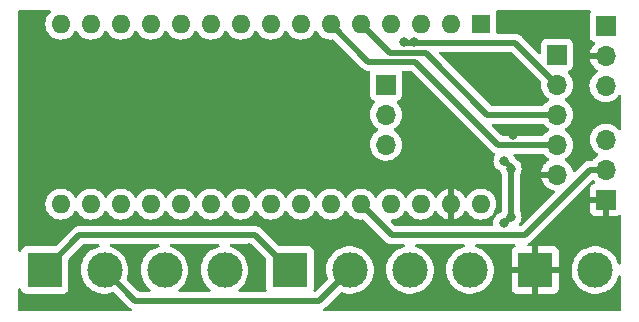
<source format=gbr>
%TF.GenerationSoftware,KiCad,Pcbnew,(6.0.0)*%
%TF.CreationDate,2022-10-01T22:30:54+02:00*%
%TF.ProjectId,012-Amesis-ColdSartE85,3031322d-416d-4657-9369-732d436f6c64,v0.01_Golf 1.6L 16v *%
%TF.SameCoordinates,Original*%
%TF.FileFunction,Copper,L2,Bot*%
%TF.FilePolarity,Positive*%
%FSLAX46Y46*%
G04 Gerber Fmt 4.6, Leading zero omitted, Abs format (unit mm)*
G04 Created by KiCad (PCBNEW (6.0.0)) date 2022-10-01 22:30:54*
%MOMM*%
%LPD*%
G01*
G04 APERTURE LIST*
%TA.AperFunction,ComponentPad*%
%ADD10R,1.600000X1.600000*%
%TD*%
%TA.AperFunction,ComponentPad*%
%ADD11O,1.600000X1.600000*%
%TD*%
%TA.AperFunction,ComponentPad*%
%ADD12R,3.000000X3.000000*%
%TD*%
%TA.AperFunction,ComponentPad*%
%ADD13C,3.000000*%
%TD*%
%TA.AperFunction,ComponentPad*%
%ADD14R,1.700000X1.700000*%
%TD*%
%TA.AperFunction,ComponentPad*%
%ADD15O,1.700000X1.700000*%
%TD*%
%TA.AperFunction,ViaPad*%
%ADD16C,0.800000*%
%TD*%
%TA.AperFunction,Conductor*%
%ADD17C,0.500000*%
%TD*%
%TA.AperFunction,Conductor*%
%ADD18C,0.250000*%
%TD*%
G04 APERTURE END LIST*
D10*
%TO.P,A1,1,D1/TX*%
%TO.N,unconnected-(A1-Pad1)*%
X157888154Y-46646104D03*
D11*
%TO.P,A1,2,D0/RX*%
%TO.N,unconnected-(A1-Pad2)*%
X155348154Y-46646104D03*
%TO.P,A1,3,~{RESET}*%
%TO.N,unconnected-(A1-Pad3)*%
X152808154Y-46646104D03*
%TO.P,A1,4,GND*%
%TO.N,GND*%
X150268154Y-46646104D03*
%TO.P,A1,5,D2*%
%TO.N,Net-(A1-Pad5)*%
X147728154Y-46646104D03*
%TO.P,A1,6,D3*%
%TO.N,Net-(A1-Pad6)*%
X145188154Y-46646104D03*
%TO.P,A1,7,D4*%
%TO.N,Net-(A1-Pad7)*%
X142648154Y-46646104D03*
%TO.P,A1,8,D5*%
%TO.N,unconnected-(A1-Pad8)*%
X140108154Y-46646104D03*
%TO.P,A1,9,D6*%
%TO.N,unconnected-(A1-Pad9)*%
X137568154Y-46646104D03*
%TO.P,A1,10,D7*%
%TO.N,unconnected-(A1-Pad10)*%
X135028154Y-46646104D03*
%TO.P,A1,11,D8*%
%TO.N,unconnected-(A1-Pad11)*%
X132488154Y-46646104D03*
%TO.P,A1,12,D9*%
%TO.N,unconnected-(A1-Pad12)*%
X129948154Y-46646104D03*
%TO.P,A1,13,D10*%
%TO.N,Net-(A1-Pad13)*%
X127408154Y-46646104D03*
%TO.P,A1,14,D11*%
%TO.N,unconnected-(A1-Pad14)*%
X124868154Y-46646104D03*
%TO.P,A1,15,D12*%
%TO.N,Net-(A1-Pad15)*%
X122328154Y-46646104D03*
%TO.P,A1,16,D13*%
%TO.N,unconnected-(A1-Pad16)*%
X122328154Y-61886104D03*
%TO.P,A1,17,3V3*%
%TO.N,unconnected-(A1-Pad17)*%
X124868154Y-61886104D03*
%TO.P,A1,18,AREF*%
%TO.N,unconnected-(A1-Pad18)*%
X127408154Y-61886104D03*
%TO.P,A1,19,A0*%
%TO.N,unconnected-(A1-Pad19)*%
X129948154Y-61886104D03*
%TO.P,A1,20,A1*%
%TO.N,unconnected-(A1-Pad20)*%
X132488154Y-61886104D03*
%TO.P,A1,21,A2*%
%TO.N,unconnected-(A1-Pad21)*%
X135028154Y-61886104D03*
%TO.P,A1,22,A3*%
%TO.N,unconnected-(A1-Pad22)*%
X137568154Y-61886104D03*
%TO.P,A1,23,A4*%
%TO.N,unconnected-(A1-Pad23)*%
X140108154Y-61886104D03*
%TO.P,A1,24,A5*%
%TO.N,unconnected-(A1-Pad24)*%
X142648154Y-61886104D03*
%TO.P,A1,25,A6*%
%TO.N,unconnected-(A1-Pad25)*%
X145188154Y-61886104D03*
%TO.P,A1,26,A7*%
%TO.N,Net-(A1-Pad26)*%
X147728154Y-61886104D03*
%TO.P,A1,27,+5V*%
%TO.N,Net-(A1-Pad27)*%
X150268154Y-61886104D03*
%TO.P,A1,28,~{RESET}*%
%TO.N,unconnected-(A1-Pad28)*%
X152808154Y-61886104D03*
%TO.P,A1,29,GND*%
%TO.N,GND*%
X155348154Y-61886104D03*
%TO.P,A1,30,VIN*%
%TO.N,Net-(A1-Pad30)*%
X157888154Y-61886104D03*
%TD*%
D12*
%TO.P,J1,1,Pin_1*%
%TO.N,GND*%
X162510954Y-67464104D03*
D13*
%TO.P,J1,2,Pin_2*%
%TO.N,Net-(A1-Pad30)*%
X167590954Y-67464104D03*
%TD*%
D14*
%TO.P,Jumpers_Option1,1,Pin_1*%
%TO.N,Net-(A1-Pad13)*%
X168454554Y-46803504D03*
D15*
%TO.P,Jumpers_Option1,2,Pin_2*%
%TO.N,GND*%
X168454554Y-49343504D03*
%TO.P,Jumpers_Option1,3,Pin_3*%
%TO.N,Net-(A1-Pad15)*%
X168454554Y-51883504D03*
%TD*%
D12*
%TO.P,G2/G62_OutPut_IAT1,1,Pin_1*%
%TO.N,Net-(G2/G62_InPut_IAT1-Pad1)*%
X141733754Y-67464104D03*
D13*
%TO.P,G2/G62_OutPut_IAT1,2,Pin_2*%
%TO.N,Net-(G2/G62_InPut_IAT1-Pad2)*%
X146813754Y-67464104D03*
%TO.P,G2/G62_OutPut_IAT1,3,Pin_3*%
%TO.N,Net-(G2/G62_OutPut_IAT1-Pad3)*%
X151893754Y-67464104D03*
%TO.P,G2/G62_OutPut_IAT1,4,Pin_4*%
%TO.N,Net-(G2/G62_InPut_IAT1-Pad4)*%
X156973754Y-67464104D03*
%TD*%
D14*
%TO.P,IAT_Interne1,1,1*%
%TO.N,GND*%
X168479554Y-61505504D03*
D15*
%TO.P,IAT_Interne1,2,2*%
%TO.N,Net-(A1-Pad26)*%
X168479554Y-58965504D03*
%TO.P,IAT_Interne1,3,3*%
%TO.N,Net-(A1-Pad27)*%
X168479554Y-56425504D03*
%TD*%
D12*
%TO.P,G2/G62_InPut_IAT1,1,Pin_1*%
%TO.N,Net-(G2/G62_InPut_IAT1-Pad1)*%
X120956554Y-67464104D03*
D13*
%TO.P,G2/G62_InPut_IAT1,2,Pin_2*%
%TO.N,Net-(G2/G62_InPut_IAT1-Pad2)*%
X126036554Y-67464104D03*
%TO.P,G2/G62_InPut_IAT1,3,Pin_3*%
%TO.N,Net-(G2/G62_InPut_IAT1-Pad3)*%
X131116554Y-67464104D03*
%TO.P,G2/G62_InPut_IAT1,4,Pin_4*%
%TO.N,Net-(G2/G62_InPut_IAT1-Pad4)*%
X136196554Y-67464104D03*
%TD*%
D14*
%TO.P,J2,1,Pin_1*%
%TO.N,Net-(A1-Pad27)*%
X164339754Y-49226904D03*
D15*
%TO.P,J2,2,Pin_2*%
%TO.N,Net-(A1-Pad7)*%
X164339754Y-51766904D03*
%TO.P,J2,3,Pin_3*%
%TO.N,Net-(A1-Pad5)*%
X164339754Y-54306904D03*
%TO.P,J2,4,Pin_4*%
%TO.N,Net-(A1-Pad6)*%
X164339754Y-56846904D03*
%TO.P,J2,5,Pin_5*%
%TO.N,GND*%
X164339754Y-59386904D03*
%TD*%
D14*
%TO.P,J3,1,Pin_1*%
%TO.N,Net-(G2/G62_OutPut_IAT1-Pad3)*%
X149861754Y-51766904D03*
D15*
%TO.P,J3,2,Pin_2*%
%TO.N,Net-(G2/G62_InPut_IAT1-Pad3)*%
X149861754Y-54306904D03*
%TO.P,J3,3,Pin_3*%
%TO.N,unconnected-(J3-Pad3)*%
X149861754Y-56846904D03*
%TD*%
D16*
%TO.N,GND*%
X123242554Y-49379304D03*
X124868154Y-59691704D03*
X133554954Y-68937304D03*
X160580554Y-55997404D03*
X162460154Y-48363304D03*
X165406554Y-69394504D03*
X160021754Y-46534504D03*
X123648954Y-69394504D03*
X138228554Y-65635304D03*
X159056554Y-51868504D03*
X126595354Y-48414104D03*
X158751754Y-69445304D03*
X128474954Y-66397304D03*
X136348954Y-47956904D03*
%TO.N,Net-(A1-Pad7)*%
X151385754Y-48160104D03*
X152198554Y-48160104D03*
%TO.N,Net-(G2/G62_OutPut_IAT1-Pad3)*%
X159818554Y-63501704D03*
X160428154Y-58878904D03*
X160428154Y-62942904D03*
X159869354Y-58218504D03*
%TD*%
D17*
%TO.N,Net-(A1-Pad5)*%
X147728154Y-46646104D02*
X150207354Y-49125304D01*
X150207354Y-49125304D02*
X153265354Y-49125304D01*
X153265354Y-49125304D02*
X158446954Y-54306904D01*
X158446954Y-54306904D02*
X164339754Y-54306904D01*
%TO.N,Net-(A1-Pad6)*%
X152350954Y-49836504D02*
X148378554Y-49836504D01*
X159361354Y-56846904D02*
X152350954Y-49836504D01*
X148378554Y-49836504D02*
X145188154Y-46646104D01*
X164339754Y-56846904D02*
X159361354Y-56846904D01*
%TO.N,Net-(A1-Pad7)*%
X160783754Y-48210904D02*
X151436554Y-48210904D01*
X164339754Y-51766904D02*
X160783754Y-48210904D01*
X151436554Y-48210904D02*
X151385754Y-48160104D01*
%TO.N,Net-(A1-Pad26)*%
X168479554Y-58965504D02*
X167148754Y-58965504D01*
X167148754Y-58965504D02*
X161596554Y-64517704D01*
X161596554Y-64517704D02*
X150359754Y-64517704D01*
X150359754Y-64517704D02*
X147728154Y-61886104D01*
%TO.N,Net-(G2/G62_InPut_IAT1-Pad2)*%
X126036554Y-67464104D02*
X128627354Y-70054904D01*
X144222954Y-70054904D02*
X146813754Y-67464104D01*
X128627354Y-70054904D02*
X144222954Y-70054904D01*
%TO.N,Net-(G2/G62_InPut_IAT1-Pad1)*%
X138787354Y-64517704D02*
X141733754Y-67464104D01*
X120956554Y-67464104D02*
X123902954Y-64517704D01*
X123902954Y-64517704D02*
X138787354Y-64517704D01*
%TO.N,Net-(G2/G62_OutPut_IAT1-Pad3)*%
X160428154Y-58878904D02*
X160428154Y-58777304D01*
X159869354Y-63501704D02*
X160428154Y-62942904D01*
D18*
X159818554Y-63501704D02*
X159869354Y-63501704D01*
D17*
X160428154Y-58777304D02*
X159869354Y-58218504D01*
X160428154Y-58878904D02*
X160428154Y-62942904D01*
%TD*%
%TA.AperFunction,Conductor*%
%TO.N,GND*%
G36*
X125552478Y-65296206D02*
G01*
X125598971Y-65349862D01*
X125609075Y-65420136D01*
X125579581Y-65484716D01*
X125517605Y-65523738D01*
X125374482Y-65562892D01*
X125370534Y-65564576D01*
X125126536Y-65668650D01*
X125126532Y-65668652D01*
X125122584Y-65670336D01*
X125102679Y-65682249D01*
X124891279Y-65808768D01*
X124891275Y-65808771D01*
X124887597Y-65810972D01*
X124673872Y-65982198D01*
X124485362Y-66180846D01*
X124325556Y-66403240D01*
X124197411Y-66645265D01*
X124195939Y-66649288D01*
X124195937Y-66649292D01*
X124188868Y-66668610D01*
X124103297Y-66902441D01*
X124044958Y-67170011D01*
X124023471Y-67443022D01*
X124039236Y-67716424D01*
X124040061Y-67720629D01*
X124040062Y-67720637D01*
X124050681Y-67774761D01*
X124091959Y-67985157D01*
X124093346Y-67989207D01*
X124093347Y-67989212D01*
X124178910Y-68239120D01*
X124180666Y-68244248D01*
X124303714Y-68488903D01*
X124306140Y-68492432D01*
X124306143Y-68492438D01*
X124456397Y-68711057D01*
X124458828Y-68714594D01*
X124643136Y-68917147D01*
X124853229Y-69092811D01*
X124856870Y-69095095D01*
X125081578Y-69236055D01*
X125081582Y-69236057D01*
X125085218Y-69238338D01*
X125153098Y-69268987D01*
X125330899Y-69349268D01*
X125330903Y-69349270D01*
X125334811Y-69351034D01*
X125338931Y-69352254D01*
X125338930Y-69352254D01*
X125593277Y-69427595D01*
X125593281Y-69427596D01*
X125597390Y-69428813D01*
X125601624Y-69429461D01*
X125601629Y-69429462D01*
X125863852Y-69469587D01*
X125863854Y-69469587D01*
X125868094Y-69470236D01*
X126007466Y-69472426D01*
X126137625Y-69474471D01*
X126137631Y-69474471D01*
X126141916Y-69474538D01*
X126413789Y-69441638D01*
X126678681Y-69372145D01*
X126682650Y-69370501D01*
X126682653Y-69370500D01*
X126737535Y-69347767D01*
X126808125Y-69340177D01*
X126874849Y-69375080D01*
X128043584Y-70543815D01*
X128055970Y-70558227D01*
X128064503Y-70569822D01*
X128064508Y-70569827D01*
X128068846Y-70575722D01*
X128074424Y-70580461D01*
X128074427Y-70580464D01*
X128109122Y-70609939D01*
X128116638Y-70616869D01*
X128122333Y-70622564D01*
X128125215Y-70624844D01*
X128144605Y-70640185D01*
X128148009Y-70642976D01*
X128198057Y-70685495D01*
X128203639Y-70690237D01*
X128210155Y-70693565D01*
X128215192Y-70696924D01*
X128220331Y-70700098D01*
X128226070Y-70704638D01*
X128232703Y-70707738D01*
X128278529Y-70729155D01*
X128331774Y-70776118D01*
X128351176Y-70844412D01*
X128330576Y-70912354D01*
X128276513Y-70958373D01*
X128225181Y-70969304D01*
X118847354Y-70969304D01*
X118779233Y-70949302D01*
X118732740Y-70895646D01*
X118721354Y-70843304D01*
X118721354Y-69146731D01*
X118741356Y-69078610D01*
X118795012Y-69032117D01*
X118865286Y-69022013D01*
X118929866Y-69051507D01*
X118965336Y-69102501D01*
X118976148Y-69131341D01*
X119005939Y-69210809D01*
X119093293Y-69327365D01*
X119209849Y-69414719D01*
X119346238Y-69465849D01*
X119408420Y-69472604D01*
X122504688Y-69472604D01*
X122566870Y-69465849D01*
X122703259Y-69414719D01*
X122819815Y-69327365D01*
X122907169Y-69210809D01*
X122958299Y-69074420D01*
X122965054Y-69012238D01*
X122965054Y-66580474D01*
X122985056Y-66512353D01*
X123001959Y-66491379D01*
X124180229Y-65313109D01*
X124242541Y-65279083D01*
X124269324Y-65276204D01*
X125484357Y-65276204D01*
X125552478Y-65296206D01*
G37*
%TD.AperFunction*%
%TA.AperFunction,Conductor*%
G36*
X121419987Y-45487706D02*
G01*
X121466480Y-45541362D01*
X121476584Y-45611636D01*
X121447090Y-45676216D01*
X121440961Y-45682799D01*
X121321956Y-45801804D01*
X121318799Y-45806312D01*
X121318797Y-45806315D01*
X121287478Y-45851044D01*
X121190631Y-45989355D01*
X121188308Y-45994337D01*
X121188305Y-45994342D01*
X121188188Y-45994593D01*
X121093870Y-46196861D01*
X121034611Y-46418017D01*
X121014656Y-46646104D01*
X121034611Y-46874191D01*
X121093870Y-47095347D01*
X121096193Y-47100328D01*
X121096193Y-47100329D01*
X121188305Y-47297866D01*
X121188308Y-47297871D01*
X121190631Y-47302853D01*
X121207122Y-47326404D01*
X121295833Y-47453096D01*
X121321956Y-47490404D01*
X121483854Y-47652302D01*
X121488362Y-47655459D01*
X121488365Y-47655461D01*
X121488948Y-47655869D01*
X121671405Y-47783627D01*
X121676387Y-47785950D01*
X121676392Y-47785953D01*
X121805950Y-47846366D01*
X121878911Y-47880388D01*
X121884219Y-47881810D01*
X121884221Y-47881811D01*
X122094752Y-47938223D01*
X122094754Y-47938223D01*
X122100067Y-47939647D01*
X122328154Y-47959602D01*
X122556241Y-47939647D01*
X122561554Y-47938223D01*
X122561556Y-47938223D01*
X122772087Y-47881811D01*
X122772089Y-47881810D01*
X122777397Y-47880388D01*
X122850358Y-47846366D01*
X122979916Y-47785953D01*
X122979921Y-47785950D01*
X122984903Y-47783627D01*
X123167360Y-47655869D01*
X123167943Y-47655461D01*
X123167946Y-47655459D01*
X123172454Y-47652302D01*
X123334352Y-47490404D01*
X123360476Y-47453096D01*
X123449186Y-47326404D01*
X123465677Y-47302853D01*
X123468000Y-47297871D01*
X123468003Y-47297866D01*
X123483959Y-47263647D01*
X123530876Y-47210362D01*
X123599153Y-47190901D01*
X123667113Y-47211443D01*
X123712349Y-47263647D01*
X123728305Y-47297866D01*
X123728308Y-47297871D01*
X123730631Y-47302853D01*
X123747122Y-47326404D01*
X123835833Y-47453096D01*
X123861956Y-47490404D01*
X124023854Y-47652302D01*
X124028362Y-47655459D01*
X124028365Y-47655461D01*
X124028948Y-47655869D01*
X124211405Y-47783627D01*
X124216387Y-47785950D01*
X124216392Y-47785953D01*
X124345950Y-47846366D01*
X124418911Y-47880388D01*
X124424219Y-47881810D01*
X124424221Y-47881811D01*
X124634752Y-47938223D01*
X124634754Y-47938223D01*
X124640067Y-47939647D01*
X124868154Y-47959602D01*
X125096241Y-47939647D01*
X125101554Y-47938223D01*
X125101556Y-47938223D01*
X125312087Y-47881811D01*
X125312089Y-47881810D01*
X125317397Y-47880388D01*
X125390358Y-47846366D01*
X125519916Y-47785953D01*
X125519921Y-47785950D01*
X125524903Y-47783627D01*
X125707360Y-47655869D01*
X125707943Y-47655461D01*
X125707946Y-47655459D01*
X125712454Y-47652302D01*
X125874352Y-47490404D01*
X125900476Y-47453096D01*
X125989186Y-47326404D01*
X126005677Y-47302853D01*
X126008000Y-47297871D01*
X126008003Y-47297866D01*
X126023959Y-47263647D01*
X126070876Y-47210362D01*
X126139153Y-47190901D01*
X126207113Y-47211443D01*
X126252349Y-47263647D01*
X126268305Y-47297866D01*
X126268308Y-47297871D01*
X126270631Y-47302853D01*
X126287122Y-47326404D01*
X126375833Y-47453096D01*
X126401956Y-47490404D01*
X126563854Y-47652302D01*
X126568362Y-47655459D01*
X126568365Y-47655461D01*
X126568948Y-47655869D01*
X126751405Y-47783627D01*
X126756387Y-47785950D01*
X126756392Y-47785953D01*
X126885950Y-47846366D01*
X126958911Y-47880388D01*
X126964219Y-47881810D01*
X126964221Y-47881811D01*
X127174752Y-47938223D01*
X127174754Y-47938223D01*
X127180067Y-47939647D01*
X127408154Y-47959602D01*
X127636241Y-47939647D01*
X127641554Y-47938223D01*
X127641556Y-47938223D01*
X127852087Y-47881811D01*
X127852089Y-47881810D01*
X127857397Y-47880388D01*
X127930358Y-47846366D01*
X128059916Y-47785953D01*
X128059921Y-47785950D01*
X128064903Y-47783627D01*
X128247360Y-47655869D01*
X128247943Y-47655461D01*
X128247946Y-47655459D01*
X128252454Y-47652302D01*
X128414352Y-47490404D01*
X128440476Y-47453096D01*
X128529186Y-47326404D01*
X128545677Y-47302853D01*
X128548000Y-47297871D01*
X128548003Y-47297866D01*
X128563959Y-47263647D01*
X128610876Y-47210362D01*
X128679153Y-47190901D01*
X128747113Y-47211443D01*
X128792349Y-47263647D01*
X128808305Y-47297866D01*
X128808308Y-47297871D01*
X128810631Y-47302853D01*
X128827122Y-47326404D01*
X128915833Y-47453096D01*
X128941956Y-47490404D01*
X129103854Y-47652302D01*
X129108362Y-47655459D01*
X129108365Y-47655461D01*
X129108948Y-47655869D01*
X129291405Y-47783627D01*
X129296387Y-47785950D01*
X129296392Y-47785953D01*
X129425950Y-47846366D01*
X129498911Y-47880388D01*
X129504219Y-47881810D01*
X129504221Y-47881811D01*
X129714752Y-47938223D01*
X129714754Y-47938223D01*
X129720067Y-47939647D01*
X129948154Y-47959602D01*
X130176241Y-47939647D01*
X130181554Y-47938223D01*
X130181556Y-47938223D01*
X130392087Y-47881811D01*
X130392089Y-47881810D01*
X130397397Y-47880388D01*
X130470358Y-47846366D01*
X130599916Y-47785953D01*
X130599921Y-47785950D01*
X130604903Y-47783627D01*
X130787360Y-47655869D01*
X130787943Y-47655461D01*
X130787946Y-47655459D01*
X130792454Y-47652302D01*
X130954352Y-47490404D01*
X130980476Y-47453096D01*
X131069186Y-47326404D01*
X131085677Y-47302853D01*
X131088000Y-47297871D01*
X131088003Y-47297866D01*
X131103959Y-47263647D01*
X131150876Y-47210362D01*
X131219153Y-47190901D01*
X131287113Y-47211443D01*
X131332349Y-47263647D01*
X131348305Y-47297866D01*
X131348308Y-47297871D01*
X131350631Y-47302853D01*
X131367122Y-47326404D01*
X131455833Y-47453096D01*
X131481956Y-47490404D01*
X131643854Y-47652302D01*
X131648362Y-47655459D01*
X131648365Y-47655461D01*
X131648948Y-47655869D01*
X131831405Y-47783627D01*
X131836387Y-47785950D01*
X131836392Y-47785953D01*
X131965950Y-47846366D01*
X132038911Y-47880388D01*
X132044219Y-47881810D01*
X132044221Y-47881811D01*
X132254752Y-47938223D01*
X132254754Y-47938223D01*
X132260067Y-47939647D01*
X132488154Y-47959602D01*
X132716241Y-47939647D01*
X132721554Y-47938223D01*
X132721556Y-47938223D01*
X132932087Y-47881811D01*
X132932089Y-47881810D01*
X132937397Y-47880388D01*
X133010358Y-47846366D01*
X133139916Y-47785953D01*
X133139921Y-47785950D01*
X133144903Y-47783627D01*
X133327360Y-47655869D01*
X133327943Y-47655461D01*
X133327946Y-47655459D01*
X133332454Y-47652302D01*
X133494352Y-47490404D01*
X133520476Y-47453096D01*
X133609186Y-47326404D01*
X133625677Y-47302853D01*
X133628000Y-47297871D01*
X133628003Y-47297866D01*
X133643959Y-47263647D01*
X133690876Y-47210362D01*
X133759153Y-47190901D01*
X133827113Y-47211443D01*
X133872349Y-47263647D01*
X133888305Y-47297866D01*
X133888308Y-47297871D01*
X133890631Y-47302853D01*
X133907122Y-47326404D01*
X133995833Y-47453096D01*
X134021956Y-47490404D01*
X134183854Y-47652302D01*
X134188362Y-47655459D01*
X134188365Y-47655461D01*
X134188948Y-47655869D01*
X134371405Y-47783627D01*
X134376387Y-47785950D01*
X134376392Y-47785953D01*
X134505950Y-47846366D01*
X134578911Y-47880388D01*
X134584219Y-47881810D01*
X134584221Y-47881811D01*
X134794752Y-47938223D01*
X134794754Y-47938223D01*
X134800067Y-47939647D01*
X135028154Y-47959602D01*
X135256241Y-47939647D01*
X135261554Y-47938223D01*
X135261556Y-47938223D01*
X135472087Y-47881811D01*
X135472089Y-47881810D01*
X135477397Y-47880388D01*
X135550358Y-47846366D01*
X135679916Y-47785953D01*
X135679921Y-47785950D01*
X135684903Y-47783627D01*
X135867360Y-47655869D01*
X135867943Y-47655461D01*
X135867946Y-47655459D01*
X135872454Y-47652302D01*
X136034352Y-47490404D01*
X136060476Y-47453096D01*
X136149186Y-47326404D01*
X136165677Y-47302853D01*
X136168000Y-47297871D01*
X136168003Y-47297866D01*
X136183959Y-47263647D01*
X136230876Y-47210362D01*
X136299153Y-47190901D01*
X136367113Y-47211443D01*
X136412349Y-47263647D01*
X136428305Y-47297866D01*
X136428308Y-47297871D01*
X136430631Y-47302853D01*
X136447122Y-47326404D01*
X136535833Y-47453096D01*
X136561956Y-47490404D01*
X136723854Y-47652302D01*
X136728362Y-47655459D01*
X136728365Y-47655461D01*
X136728948Y-47655869D01*
X136911405Y-47783627D01*
X136916387Y-47785950D01*
X136916392Y-47785953D01*
X137045950Y-47846366D01*
X137118911Y-47880388D01*
X137124219Y-47881810D01*
X137124221Y-47881811D01*
X137334752Y-47938223D01*
X137334754Y-47938223D01*
X137340067Y-47939647D01*
X137568154Y-47959602D01*
X137796241Y-47939647D01*
X137801554Y-47938223D01*
X137801556Y-47938223D01*
X138012087Y-47881811D01*
X138012089Y-47881810D01*
X138017397Y-47880388D01*
X138090358Y-47846366D01*
X138219916Y-47785953D01*
X138219921Y-47785950D01*
X138224903Y-47783627D01*
X138407360Y-47655869D01*
X138407943Y-47655461D01*
X138407946Y-47655459D01*
X138412454Y-47652302D01*
X138574352Y-47490404D01*
X138600476Y-47453096D01*
X138689186Y-47326404D01*
X138705677Y-47302853D01*
X138708000Y-47297871D01*
X138708003Y-47297866D01*
X138723959Y-47263647D01*
X138770876Y-47210362D01*
X138839153Y-47190901D01*
X138907113Y-47211443D01*
X138952349Y-47263647D01*
X138968305Y-47297866D01*
X138968308Y-47297871D01*
X138970631Y-47302853D01*
X138987122Y-47326404D01*
X139075833Y-47453096D01*
X139101956Y-47490404D01*
X139263854Y-47652302D01*
X139268362Y-47655459D01*
X139268365Y-47655461D01*
X139268948Y-47655869D01*
X139451405Y-47783627D01*
X139456387Y-47785950D01*
X139456392Y-47785953D01*
X139585950Y-47846366D01*
X139658911Y-47880388D01*
X139664219Y-47881810D01*
X139664221Y-47881811D01*
X139874752Y-47938223D01*
X139874754Y-47938223D01*
X139880067Y-47939647D01*
X140108154Y-47959602D01*
X140336241Y-47939647D01*
X140341554Y-47938223D01*
X140341556Y-47938223D01*
X140552087Y-47881811D01*
X140552089Y-47881810D01*
X140557397Y-47880388D01*
X140630358Y-47846366D01*
X140759916Y-47785953D01*
X140759921Y-47785950D01*
X140764903Y-47783627D01*
X140947360Y-47655869D01*
X140947943Y-47655461D01*
X140947946Y-47655459D01*
X140952454Y-47652302D01*
X141114352Y-47490404D01*
X141140476Y-47453096D01*
X141229186Y-47326404D01*
X141245677Y-47302853D01*
X141248000Y-47297871D01*
X141248003Y-47297866D01*
X141263959Y-47263647D01*
X141310876Y-47210362D01*
X141379153Y-47190901D01*
X141447113Y-47211443D01*
X141492349Y-47263647D01*
X141508305Y-47297866D01*
X141508308Y-47297871D01*
X141510631Y-47302853D01*
X141527122Y-47326404D01*
X141615833Y-47453096D01*
X141641956Y-47490404D01*
X141803854Y-47652302D01*
X141808362Y-47655459D01*
X141808365Y-47655461D01*
X141808948Y-47655869D01*
X141991405Y-47783627D01*
X141996387Y-47785950D01*
X141996392Y-47785953D01*
X142125950Y-47846366D01*
X142198911Y-47880388D01*
X142204219Y-47881810D01*
X142204221Y-47881811D01*
X142414752Y-47938223D01*
X142414754Y-47938223D01*
X142420067Y-47939647D01*
X142648154Y-47959602D01*
X142876241Y-47939647D01*
X142881554Y-47938223D01*
X142881556Y-47938223D01*
X143092087Y-47881811D01*
X143092089Y-47881810D01*
X143097397Y-47880388D01*
X143170358Y-47846366D01*
X143299916Y-47785953D01*
X143299921Y-47785950D01*
X143304903Y-47783627D01*
X143487360Y-47655869D01*
X143487943Y-47655461D01*
X143487946Y-47655459D01*
X143492454Y-47652302D01*
X143654352Y-47490404D01*
X143680476Y-47453096D01*
X143769186Y-47326404D01*
X143785677Y-47302853D01*
X143788000Y-47297871D01*
X143788003Y-47297866D01*
X143803959Y-47263647D01*
X143850876Y-47210362D01*
X143919153Y-47190901D01*
X143987113Y-47211443D01*
X144032349Y-47263647D01*
X144048305Y-47297866D01*
X144048308Y-47297871D01*
X144050631Y-47302853D01*
X144067122Y-47326404D01*
X144155833Y-47453096D01*
X144181956Y-47490404D01*
X144343854Y-47652302D01*
X144348362Y-47655459D01*
X144348365Y-47655461D01*
X144348948Y-47655869D01*
X144531405Y-47783627D01*
X144536387Y-47785950D01*
X144536392Y-47785953D01*
X144665950Y-47846366D01*
X144738911Y-47880388D01*
X144744219Y-47881810D01*
X144744221Y-47881811D01*
X144954752Y-47938223D01*
X144954754Y-47938223D01*
X144960067Y-47939647D01*
X145188154Y-47959602D01*
X145193629Y-47959123D01*
X145351067Y-47945349D01*
X145420672Y-47959338D01*
X145451144Y-47981775D01*
X147794784Y-50325415D01*
X147807170Y-50339827D01*
X147815703Y-50351422D01*
X147815708Y-50351427D01*
X147820046Y-50357322D01*
X147825624Y-50362061D01*
X147825627Y-50362064D01*
X147860322Y-50391539D01*
X147867838Y-50398469D01*
X147873533Y-50404164D01*
X147876415Y-50406444D01*
X147895805Y-50421785D01*
X147899209Y-50424576D01*
X147949257Y-50467095D01*
X147954839Y-50471837D01*
X147961355Y-50475165D01*
X147966404Y-50478532D01*
X147971533Y-50481699D01*
X147977270Y-50486238D01*
X148043429Y-50517159D01*
X148047323Y-50519062D01*
X148112362Y-50552273D01*
X148119470Y-50554012D01*
X148125113Y-50556111D01*
X148130876Y-50558028D01*
X148137504Y-50561126D01*
X148144666Y-50562616D01*
X148144667Y-50562616D01*
X148208966Y-50575990D01*
X148213250Y-50576960D01*
X148284164Y-50594312D01*
X148289766Y-50594660D01*
X148289769Y-50594660D01*
X148295318Y-50595004D01*
X148295316Y-50595040D01*
X148299309Y-50595279D01*
X148303501Y-50595653D01*
X148310669Y-50597144D01*
X148388074Y-50595050D01*
X148391482Y-50595004D01*
X148407530Y-50595004D01*
X148475651Y-50615006D01*
X148522144Y-50668662D01*
X148532248Y-50738936D01*
X148525512Y-50765233D01*
X148510009Y-50806588D01*
X148503254Y-50868770D01*
X148503254Y-52665038D01*
X148510009Y-52727220D01*
X148561139Y-52863609D01*
X148648493Y-52980165D01*
X148765049Y-53067519D01*
X148773458Y-53070671D01*
X148773459Y-53070672D01*
X148882205Y-53111439D01*
X148938970Y-53154080D01*
X148963670Y-53220642D01*
X148948463Y-53289991D01*
X148929070Y-53316472D01*
X148802383Y-53449042D01*
X148799474Y-53453307D01*
X148799468Y-53453315D01*
X148759778Y-53511499D01*
X148676497Y-53633584D01*
X148582442Y-53836209D01*
X148522743Y-54051474D01*
X148499005Y-54273599D01*
X148499302Y-54278752D01*
X148499302Y-54278755D01*
X148504765Y-54373494D01*
X148511864Y-54496619D01*
X148513001Y-54501665D01*
X148513002Y-54501671D01*
X148532873Y-54589843D01*
X148560976Y-54714543D01*
X148645020Y-54921520D01*
X148647719Y-54925924D01*
X148758477Y-55106665D01*
X148761741Y-55111992D01*
X148908004Y-55280842D01*
X149079880Y-55423536D01*
X149088469Y-55428555D01*
X149153199Y-55466380D01*
X149201923Y-55518018D01*
X149214994Y-55587801D01*
X149188263Y-55653573D01*
X149147809Y-55686931D01*
X149135361Y-55693411D01*
X149131228Y-55696514D01*
X149131225Y-55696516D01*
X149050829Y-55756879D01*
X148956719Y-55827539D01*
X148802383Y-55989042D01*
X148799474Y-55993307D01*
X148799468Y-55993315D01*
X148759778Y-56051499D01*
X148676497Y-56173584D01*
X148582442Y-56376209D01*
X148522743Y-56591474D01*
X148499005Y-56813599D01*
X148499302Y-56818752D01*
X148499302Y-56818755D01*
X148504765Y-56913494D01*
X148511864Y-57036619D01*
X148513001Y-57041665D01*
X148513002Y-57041671D01*
X148513645Y-57044524D01*
X148560976Y-57254543D01*
X148645020Y-57461520D01*
X148661447Y-57488327D01*
X148712432Y-57571526D01*
X148761741Y-57651992D01*
X148908004Y-57820842D01*
X149079880Y-57963536D01*
X149272754Y-58076242D01*
X149277579Y-58078084D01*
X149277580Y-58078085D01*
X149313148Y-58091667D01*
X149481446Y-58155934D01*
X149486514Y-58156965D01*
X149486517Y-58156966D01*
X149550356Y-58169954D01*
X149700351Y-58200471D01*
X149705526Y-58200661D01*
X149705528Y-58200661D01*
X149918427Y-58208468D01*
X149918431Y-58208468D01*
X149923591Y-58208657D01*
X149928711Y-58208001D01*
X149928713Y-58208001D01*
X150140042Y-58180929D01*
X150140043Y-58180929D01*
X150145170Y-58180272D01*
X150150773Y-58178591D01*
X150354183Y-58117565D01*
X150354188Y-58117563D01*
X150359138Y-58116078D01*
X150559748Y-58017800D01*
X150741614Y-57888077D01*
X150899850Y-57730393D01*
X150930726Y-57687425D01*
X151027189Y-57553181D01*
X151030207Y-57548981D01*
X151035224Y-57538831D01*
X151126890Y-57353357D01*
X151126891Y-57353355D01*
X151129184Y-57348715D01*
X151194124Y-57134973D01*
X151223283Y-56913494D01*
X151224910Y-56846904D01*
X151206606Y-56624265D01*
X151152185Y-56407606D01*
X151063108Y-56202744D01*
X150989138Y-56088404D01*
X150944576Y-56019521D01*
X150944574Y-56019518D01*
X150941768Y-56015181D01*
X150791424Y-55849955D01*
X150787373Y-55846756D01*
X150787369Y-55846752D01*
X150620168Y-55714704D01*
X150620164Y-55714702D01*
X150616113Y-55711502D01*
X150574807Y-55688700D01*
X150524838Y-55638268D01*
X150510066Y-55568825D01*
X150535182Y-55502420D01*
X150562534Y-55475813D01*
X150628787Y-55428555D01*
X150741614Y-55348077D01*
X150899850Y-55190393D01*
X150959348Y-55107593D01*
X151027189Y-55013181D01*
X151030207Y-55008981D01*
X151129184Y-54808715D01*
X151194124Y-54594973D01*
X151223283Y-54373494D01*
X151224910Y-54306904D01*
X151206606Y-54084265D01*
X151152185Y-53867606D01*
X151063108Y-53662744D01*
X150989138Y-53548404D01*
X150944576Y-53479521D01*
X150944574Y-53479518D01*
X150941768Y-53475181D01*
X150938286Y-53471354D01*
X150794552Y-53313392D01*
X150763500Y-53249546D01*
X150771895Y-53179047D01*
X150817071Y-53124279D01*
X150843515Y-53110610D01*
X150950051Y-53070671D01*
X150958459Y-53067519D01*
X151075015Y-52980165D01*
X151162369Y-52863609D01*
X151213499Y-52727220D01*
X151220254Y-52665038D01*
X151220254Y-50868770D01*
X151213499Y-50806588D01*
X151197996Y-50765234D01*
X151192813Y-50694427D01*
X151226734Y-50632058D01*
X151288989Y-50597928D01*
X151315978Y-50595004D01*
X151984583Y-50595004D01*
X152052704Y-50615006D01*
X152073678Y-50631909D01*
X158777584Y-57335815D01*
X158789970Y-57350227D01*
X158798503Y-57361822D01*
X158798508Y-57361827D01*
X158802846Y-57367722D01*
X158808424Y-57372461D01*
X158808427Y-57372464D01*
X158843122Y-57401939D01*
X158850638Y-57408869D01*
X158856334Y-57414565D01*
X158859195Y-57416828D01*
X158859200Y-57416833D01*
X158878620Y-57432197D01*
X158882021Y-57434986D01*
X158937639Y-57482237D01*
X158944152Y-57485563D01*
X158949191Y-57488924D01*
X158954333Y-57492100D01*
X158960070Y-57496638D01*
X159026229Y-57527559D01*
X159030131Y-57529466D01*
X159057175Y-57543276D01*
X159108747Y-57592070D01*
X159125752Y-57661000D01*
X159108991Y-57718492D01*
X159034827Y-57846948D01*
X158975812Y-58028576D01*
X158975122Y-58035137D01*
X158975122Y-58035139D01*
X158967054Y-58111907D01*
X158955850Y-58218504D01*
X158956540Y-58225069D01*
X158969427Y-58347678D01*
X158975812Y-58408432D01*
X159034827Y-58590060D01*
X159130314Y-58755448D01*
X159258101Y-58897370D01*
X159412602Y-59009622D01*
X159418628Y-59012305D01*
X159418635Y-59012309D01*
X159481506Y-59040300D01*
X159535602Y-59086280D01*
X159550091Y-59116471D01*
X159593627Y-59250460D01*
X159596930Y-59256182D01*
X159596931Y-59256183D01*
X159652773Y-59352903D01*
X159669654Y-59415903D01*
X159669654Y-62405905D01*
X159652773Y-62468905D01*
X159610079Y-62542853D01*
X159593627Y-62571348D01*
X159593078Y-62573037D01*
X159548260Y-62625767D01*
X159530381Y-62635530D01*
X159367832Y-62707901D01*
X159367830Y-62707902D01*
X159361802Y-62710586D01*
X159356461Y-62714466D01*
X159356460Y-62714467D01*
X159341177Y-62725571D01*
X159207301Y-62822838D01*
X159202880Y-62827748D01*
X159202879Y-62827749D01*
X159174715Y-62859029D01*
X159079514Y-62964760D01*
X158984027Y-63130148D01*
X158925012Y-63311776D01*
X158924322Y-63318337D01*
X158924322Y-63318339D01*
X158907948Y-63474130D01*
X158905050Y-63501704D01*
X158916987Y-63615272D01*
X158917487Y-63620033D01*
X158904715Y-63689872D01*
X158856213Y-63741718D01*
X158792177Y-63759204D01*
X150726125Y-63759204D01*
X150658004Y-63739202D01*
X150637030Y-63722299D01*
X150317774Y-63403043D01*
X150283748Y-63340731D01*
X150288813Y-63269916D01*
X150331360Y-63213080D01*
X150395887Y-63188427D01*
X150422945Y-63186060D01*
X150496241Y-63179647D01*
X150501554Y-63178223D01*
X150501556Y-63178223D01*
X150712087Y-63121811D01*
X150712089Y-63121810D01*
X150717397Y-63120388D01*
X150723389Y-63117594D01*
X150919916Y-63025953D01*
X150919921Y-63025950D01*
X150924903Y-63023627D01*
X151049563Y-62936339D01*
X151107943Y-62895461D01*
X151107946Y-62895459D01*
X151112454Y-62892302D01*
X151274352Y-62730404D01*
X151285512Y-62714467D01*
X151370173Y-62593558D01*
X151405677Y-62542853D01*
X151408000Y-62537871D01*
X151408003Y-62537866D01*
X151423959Y-62503647D01*
X151470876Y-62450362D01*
X151539153Y-62430901D01*
X151607113Y-62451443D01*
X151652349Y-62503647D01*
X151668305Y-62537866D01*
X151668308Y-62537871D01*
X151670631Y-62542853D01*
X151706135Y-62593558D01*
X151790797Y-62714467D01*
X151801956Y-62730404D01*
X151963854Y-62892302D01*
X151968362Y-62895459D01*
X151968365Y-62895461D01*
X152026745Y-62936339D01*
X152151405Y-63023627D01*
X152156387Y-63025950D01*
X152156392Y-63025953D01*
X152352919Y-63117594D01*
X152358911Y-63120388D01*
X152364219Y-63121810D01*
X152364221Y-63121811D01*
X152574752Y-63178223D01*
X152574754Y-63178223D01*
X152580067Y-63179647D01*
X152808154Y-63199602D01*
X153036241Y-63179647D01*
X153041554Y-63178223D01*
X153041556Y-63178223D01*
X153252087Y-63121811D01*
X153252089Y-63121810D01*
X153257397Y-63120388D01*
X153263389Y-63117594D01*
X153459916Y-63025953D01*
X153459921Y-63025950D01*
X153464903Y-63023627D01*
X153589563Y-62936339D01*
X153647943Y-62895461D01*
X153647946Y-62895459D01*
X153652454Y-62892302D01*
X153814352Y-62730404D01*
X153825512Y-62714467D01*
X153910173Y-62593558D01*
X153945677Y-62542853D01*
X153948000Y-62537871D01*
X153948003Y-62537866D01*
X153964235Y-62503055D01*
X154011152Y-62449770D01*
X154079429Y-62430309D01*
X154147389Y-62450851D01*
X154192625Y-62503055D01*
X154208740Y-62537615D01*
X154214223Y-62547111D01*
X154339182Y-62725571D01*
X154346238Y-62733979D01*
X154500279Y-62888020D01*
X154508687Y-62895076D01*
X154687147Y-63020035D01*
X154696643Y-63025518D01*
X154894101Y-63117594D01*
X154904393Y-63121340D01*
X155076657Y-63167498D01*
X155090753Y-63167162D01*
X155094154Y-63159220D01*
X155094154Y-63154071D01*
X155602154Y-63154071D01*
X155606127Y-63167602D01*
X155614676Y-63168831D01*
X155791915Y-63121340D01*
X155802207Y-63117594D01*
X155999665Y-63025518D01*
X156009161Y-63020035D01*
X156187621Y-62895076D01*
X156196029Y-62888020D01*
X156350070Y-62733979D01*
X156357126Y-62725571D01*
X156482085Y-62547111D01*
X156487568Y-62537615D01*
X156503683Y-62503055D01*
X156550600Y-62449770D01*
X156618877Y-62430309D01*
X156686837Y-62450851D01*
X156732073Y-62503055D01*
X156748305Y-62537866D01*
X156748308Y-62537871D01*
X156750631Y-62542853D01*
X156786135Y-62593558D01*
X156870797Y-62714467D01*
X156881956Y-62730404D01*
X157043854Y-62892302D01*
X157048362Y-62895459D01*
X157048365Y-62895461D01*
X157106745Y-62936339D01*
X157231405Y-63023627D01*
X157236387Y-63025950D01*
X157236392Y-63025953D01*
X157432919Y-63117594D01*
X157438911Y-63120388D01*
X157444219Y-63121810D01*
X157444221Y-63121811D01*
X157654752Y-63178223D01*
X157654754Y-63178223D01*
X157660067Y-63179647D01*
X157888154Y-63199602D01*
X158116241Y-63179647D01*
X158121554Y-63178223D01*
X158121556Y-63178223D01*
X158332087Y-63121811D01*
X158332089Y-63121810D01*
X158337397Y-63120388D01*
X158343389Y-63117594D01*
X158539916Y-63025953D01*
X158539921Y-63025950D01*
X158544903Y-63023627D01*
X158669563Y-62936339D01*
X158727943Y-62895461D01*
X158727946Y-62895459D01*
X158732454Y-62892302D01*
X158894352Y-62730404D01*
X158905512Y-62714467D01*
X158990173Y-62593558D01*
X159025677Y-62542853D01*
X159028000Y-62537871D01*
X159028003Y-62537866D01*
X159120115Y-62340329D01*
X159120115Y-62340328D01*
X159122438Y-62335347D01*
X159181697Y-62114191D01*
X159201652Y-61886104D01*
X159181697Y-61658017D01*
X159122438Y-61436861D01*
X159077881Y-61341307D01*
X159028003Y-61234342D01*
X159028000Y-61234337D01*
X159025677Y-61229355D01*
X158894352Y-61041804D01*
X158732454Y-60879906D01*
X158727946Y-60876749D01*
X158727943Y-60876747D01*
X158631301Y-60809078D01*
X158544903Y-60748581D01*
X158539921Y-60746258D01*
X158539916Y-60746255D01*
X158342379Y-60654143D01*
X158342378Y-60654143D01*
X158337397Y-60651820D01*
X158332089Y-60650398D01*
X158332087Y-60650397D01*
X158121556Y-60593985D01*
X158121554Y-60593985D01*
X158116241Y-60592561D01*
X157888154Y-60572606D01*
X157660067Y-60592561D01*
X157654754Y-60593985D01*
X157654752Y-60593985D01*
X157444221Y-60650397D01*
X157444219Y-60650398D01*
X157438911Y-60651820D01*
X157433930Y-60654143D01*
X157433929Y-60654143D01*
X157236392Y-60746255D01*
X157236387Y-60746258D01*
X157231405Y-60748581D01*
X157145007Y-60809078D01*
X157048365Y-60876747D01*
X157048362Y-60876749D01*
X157043854Y-60879906D01*
X156881956Y-61041804D01*
X156750631Y-61229355D01*
X156748308Y-61234337D01*
X156748305Y-61234342D01*
X156732073Y-61269153D01*
X156685156Y-61322438D01*
X156616879Y-61341899D01*
X156548919Y-61321357D01*
X156503683Y-61269153D01*
X156487568Y-61234593D01*
X156482085Y-61225097D01*
X156357126Y-61046637D01*
X156350070Y-61038229D01*
X156196029Y-60884188D01*
X156187621Y-60877132D01*
X156009161Y-60752173D01*
X155999665Y-60746690D01*
X155802207Y-60654614D01*
X155791915Y-60650868D01*
X155619651Y-60604710D01*
X155605555Y-60605046D01*
X155602154Y-60612988D01*
X155602154Y-63154071D01*
X155094154Y-63154071D01*
X155094154Y-60618137D01*
X155090181Y-60604606D01*
X155081632Y-60603377D01*
X154904393Y-60650868D01*
X154894101Y-60654614D01*
X154696643Y-60746690D01*
X154687147Y-60752173D01*
X154508687Y-60877132D01*
X154500279Y-60884188D01*
X154346238Y-61038229D01*
X154339182Y-61046637D01*
X154214223Y-61225097D01*
X154208740Y-61234593D01*
X154192625Y-61269153D01*
X154145708Y-61322438D01*
X154077431Y-61341899D01*
X154009471Y-61321357D01*
X153964235Y-61269153D01*
X153948003Y-61234342D01*
X153948000Y-61234337D01*
X153945677Y-61229355D01*
X153814352Y-61041804D01*
X153652454Y-60879906D01*
X153647946Y-60876749D01*
X153647943Y-60876747D01*
X153551301Y-60809078D01*
X153464903Y-60748581D01*
X153459921Y-60746258D01*
X153459916Y-60746255D01*
X153262379Y-60654143D01*
X153262378Y-60654143D01*
X153257397Y-60651820D01*
X153252089Y-60650398D01*
X153252087Y-60650397D01*
X153041556Y-60593985D01*
X153041554Y-60593985D01*
X153036241Y-60592561D01*
X152808154Y-60572606D01*
X152580067Y-60592561D01*
X152574754Y-60593985D01*
X152574752Y-60593985D01*
X152364221Y-60650397D01*
X152364219Y-60650398D01*
X152358911Y-60651820D01*
X152353930Y-60654143D01*
X152353929Y-60654143D01*
X152156392Y-60746255D01*
X152156387Y-60746258D01*
X152151405Y-60748581D01*
X152065007Y-60809078D01*
X151968365Y-60876747D01*
X151968362Y-60876749D01*
X151963854Y-60879906D01*
X151801956Y-61041804D01*
X151670631Y-61229355D01*
X151668308Y-61234337D01*
X151668305Y-61234342D01*
X151652349Y-61268561D01*
X151605432Y-61321846D01*
X151537155Y-61341307D01*
X151469195Y-61320765D01*
X151423959Y-61268561D01*
X151408003Y-61234342D01*
X151408000Y-61234337D01*
X151405677Y-61229355D01*
X151274352Y-61041804D01*
X151112454Y-60879906D01*
X151107946Y-60876749D01*
X151107943Y-60876747D01*
X151011301Y-60809078D01*
X150924903Y-60748581D01*
X150919921Y-60746258D01*
X150919916Y-60746255D01*
X150722379Y-60654143D01*
X150722378Y-60654143D01*
X150717397Y-60651820D01*
X150712089Y-60650398D01*
X150712087Y-60650397D01*
X150501556Y-60593985D01*
X150501554Y-60593985D01*
X150496241Y-60592561D01*
X150268154Y-60572606D01*
X150040067Y-60592561D01*
X150034754Y-60593985D01*
X150034752Y-60593985D01*
X149824221Y-60650397D01*
X149824219Y-60650398D01*
X149818911Y-60651820D01*
X149813930Y-60654143D01*
X149813929Y-60654143D01*
X149616392Y-60746255D01*
X149616387Y-60746258D01*
X149611405Y-60748581D01*
X149525007Y-60809078D01*
X149428365Y-60876747D01*
X149428362Y-60876749D01*
X149423854Y-60879906D01*
X149261956Y-61041804D01*
X149130631Y-61229355D01*
X149128308Y-61234337D01*
X149128305Y-61234342D01*
X149112349Y-61268561D01*
X149065432Y-61321846D01*
X148997155Y-61341307D01*
X148929195Y-61320765D01*
X148883959Y-61268561D01*
X148868003Y-61234342D01*
X148868000Y-61234337D01*
X148865677Y-61229355D01*
X148734352Y-61041804D01*
X148572454Y-60879906D01*
X148567946Y-60876749D01*
X148567943Y-60876747D01*
X148471301Y-60809078D01*
X148384903Y-60748581D01*
X148379921Y-60746258D01*
X148379916Y-60746255D01*
X148182379Y-60654143D01*
X148182378Y-60654143D01*
X148177397Y-60651820D01*
X148172089Y-60650398D01*
X148172087Y-60650397D01*
X147961556Y-60593985D01*
X147961554Y-60593985D01*
X147956241Y-60592561D01*
X147728154Y-60572606D01*
X147500067Y-60592561D01*
X147494754Y-60593985D01*
X147494752Y-60593985D01*
X147284221Y-60650397D01*
X147284219Y-60650398D01*
X147278911Y-60651820D01*
X147273930Y-60654143D01*
X147273929Y-60654143D01*
X147076392Y-60746255D01*
X147076387Y-60746258D01*
X147071405Y-60748581D01*
X146985007Y-60809078D01*
X146888365Y-60876747D01*
X146888362Y-60876749D01*
X146883854Y-60879906D01*
X146721956Y-61041804D01*
X146590631Y-61229355D01*
X146588308Y-61234337D01*
X146588305Y-61234342D01*
X146572349Y-61268561D01*
X146525432Y-61321846D01*
X146457155Y-61341307D01*
X146389195Y-61320765D01*
X146343959Y-61268561D01*
X146328003Y-61234342D01*
X146328000Y-61234337D01*
X146325677Y-61229355D01*
X146194352Y-61041804D01*
X146032454Y-60879906D01*
X146027946Y-60876749D01*
X146027943Y-60876747D01*
X145931301Y-60809078D01*
X145844903Y-60748581D01*
X145839921Y-60746258D01*
X145839916Y-60746255D01*
X145642379Y-60654143D01*
X145642378Y-60654143D01*
X145637397Y-60651820D01*
X145632089Y-60650398D01*
X145632087Y-60650397D01*
X145421556Y-60593985D01*
X145421554Y-60593985D01*
X145416241Y-60592561D01*
X145188154Y-60572606D01*
X144960067Y-60592561D01*
X144954754Y-60593985D01*
X144954752Y-60593985D01*
X144744221Y-60650397D01*
X144744219Y-60650398D01*
X144738911Y-60651820D01*
X144733930Y-60654143D01*
X144733929Y-60654143D01*
X144536392Y-60746255D01*
X144536387Y-60746258D01*
X144531405Y-60748581D01*
X144445007Y-60809078D01*
X144348365Y-60876747D01*
X144348362Y-60876749D01*
X144343854Y-60879906D01*
X144181956Y-61041804D01*
X144050631Y-61229355D01*
X144048308Y-61234337D01*
X144048305Y-61234342D01*
X144032349Y-61268561D01*
X143985432Y-61321846D01*
X143917155Y-61341307D01*
X143849195Y-61320765D01*
X143803959Y-61268561D01*
X143788003Y-61234342D01*
X143788000Y-61234337D01*
X143785677Y-61229355D01*
X143654352Y-61041804D01*
X143492454Y-60879906D01*
X143487946Y-60876749D01*
X143487943Y-60876747D01*
X143391301Y-60809078D01*
X143304903Y-60748581D01*
X143299921Y-60746258D01*
X143299916Y-60746255D01*
X143102379Y-60654143D01*
X143102378Y-60654143D01*
X143097397Y-60651820D01*
X143092089Y-60650398D01*
X143092087Y-60650397D01*
X142881556Y-60593985D01*
X142881554Y-60593985D01*
X142876241Y-60592561D01*
X142648154Y-60572606D01*
X142420067Y-60592561D01*
X142414754Y-60593985D01*
X142414752Y-60593985D01*
X142204221Y-60650397D01*
X142204219Y-60650398D01*
X142198911Y-60651820D01*
X142193930Y-60654143D01*
X142193929Y-60654143D01*
X141996392Y-60746255D01*
X141996387Y-60746258D01*
X141991405Y-60748581D01*
X141905007Y-60809078D01*
X141808365Y-60876747D01*
X141808362Y-60876749D01*
X141803854Y-60879906D01*
X141641956Y-61041804D01*
X141510631Y-61229355D01*
X141508308Y-61234337D01*
X141508305Y-61234342D01*
X141492349Y-61268561D01*
X141445432Y-61321846D01*
X141377155Y-61341307D01*
X141309195Y-61320765D01*
X141263959Y-61268561D01*
X141248003Y-61234342D01*
X141248000Y-61234337D01*
X141245677Y-61229355D01*
X141114352Y-61041804D01*
X140952454Y-60879906D01*
X140947946Y-60876749D01*
X140947943Y-60876747D01*
X140851301Y-60809078D01*
X140764903Y-60748581D01*
X140759921Y-60746258D01*
X140759916Y-60746255D01*
X140562379Y-60654143D01*
X140562378Y-60654143D01*
X140557397Y-60651820D01*
X140552089Y-60650398D01*
X140552087Y-60650397D01*
X140341556Y-60593985D01*
X140341554Y-60593985D01*
X140336241Y-60592561D01*
X140108154Y-60572606D01*
X139880067Y-60592561D01*
X139874754Y-60593985D01*
X139874752Y-60593985D01*
X139664221Y-60650397D01*
X139664219Y-60650398D01*
X139658911Y-60651820D01*
X139653930Y-60654143D01*
X139653929Y-60654143D01*
X139456392Y-60746255D01*
X139456387Y-60746258D01*
X139451405Y-60748581D01*
X139365007Y-60809078D01*
X139268365Y-60876747D01*
X139268362Y-60876749D01*
X139263854Y-60879906D01*
X139101956Y-61041804D01*
X138970631Y-61229355D01*
X138968308Y-61234337D01*
X138968305Y-61234342D01*
X138952349Y-61268561D01*
X138905432Y-61321846D01*
X138837155Y-61341307D01*
X138769195Y-61320765D01*
X138723959Y-61268561D01*
X138708003Y-61234342D01*
X138708000Y-61234337D01*
X138705677Y-61229355D01*
X138574352Y-61041804D01*
X138412454Y-60879906D01*
X138407946Y-60876749D01*
X138407943Y-60876747D01*
X138311301Y-60809078D01*
X138224903Y-60748581D01*
X138219921Y-60746258D01*
X138219916Y-60746255D01*
X138022379Y-60654143D01*
X138022378Y-60654143D01*
X138017397Y-60651820D01*
X138012089Y-60650398D01*
X138012087Y-60650397D01*
X137801556Y-60593985D01*
X137801554Y-60593985D01*
X137796241Y-60592561D01*
X137568154Y-60572606D01*
X137340067Y-60592561D01*
X137334754Y-60593985D01*
X137334752Y-60593985D01*
X137124221Y-60650397D01*
X137124219Y-60650398D01*
X137118911Y-60651820D01*
X137113930Y-60654143D01*
X137113929Y-60654143D01*
X136916392Y-60746255D01*
X136916387Y-60746258D01*
X136911405Y-60748581D01*
X136825007Y-60809078D01*
X136728365Y-60876747D01*
X136728362Y-60876749D01*
X136723854Y-60879906D01*
X136561956Y-61041804D01*
X136430631Y-61229355D01*
X136428308Y-61234337D01*
X136428305Y-61234342D01*
X136412349Y-61268561D01*
X136365432Y-61321846D01*
X136297155Y-61341307D01*
X136229195Y-61320765D01*
X136183959Y-61268561D01*
X136168003Y-61234342D01*
X136168000Y-61234337D01*
X136165677Y-61229355D01*
X136034352Y-61041804D01*
X135872454Y-60879906D01*
X135867946Y-60876749D01*
X135867943Y-60876747D01*
X135771301Y-60809078D01*
X135684903Y-60748581D01*
X135679921Y-60746258D01*
X135679916Y-60746255D01*
X135482379Y-60654143D01*
X135482378Y-60654143D01*
X135477397Y-60651820D01*
X135472089Y-60650398D01*
X135472087Y-60650397D01*
X135261556Y-60593985D01*
X135261554Y-60593985D01*
X135256241Y-60592561D01*
X135028154Y-60572606D01*
X134800067Y-60592561D01*
X134794754Y-60593985D01*
X134794752Y-60593985D01*
X134584221Y-60650397D01*
X134584219Y-60650398D01*
X134578911Y-60651820D01*
X134573930Y-60654143D01*
X134573929Y-60654143D01*
X134376392Y-60746255D01*
X134376387Y-60746258D01*
X134371405Y-60748581D01*
X134285007Y-60809078D01*
X134188365Y-60876747D01*
X134188362Y-60876749D01*
X134183854Y-60879906D01*
X134021956Y-61041804D01*
X133890631Y-61229355D01*
X133888308Y-61234337D01*
X133888305Y-61234342D01*
X133872349Y-61268561D01*
X133825432Y-61321846D01*
X133757155Y-61341307D01*
X133689195Y-61320765D01*
X133643959Y-61268561D01*
X133628003Y-61234342D01*
X133628000Y-61234337D01*
X133625677Y-61229355D01*
X133494352Y-61041804D01*
X133332454Y-60879906D01*
X133327946Y-60876749D01*
X133327943Y-60876747D01*
X133231301Y-60809078D01*
X133144903Y-60748581D01*
X133139921Y-60746258D01*
X133139916Y-60746255D01*
X132942379Y-60654143D01*
X132942378Y-60654143D01*
X132937397Y-60651820D01*
X132932089Y-60650398D01*
X132932087Y-60650397D01*
X132721556Y-60593985D01*
X132721554Y-60593985D01*
X132716241Y-60592561D01*
X132488154Y-60572606D01*
X132260067Y-60592561D01*
X132254754Y-60593985D01*
X132254752Y-60593985D01*
X132044221Y-60650397D01*
X132044219Y-60650398D01*
X132038911Y-60651820D01*
X132033930Y-60654143D01*
X132033929Y-60654143D01*
X131836392Y-60746255D01*
X131836387Y-60746258D01*
X131831405Y-60748581D01*
X131745007Y-60809078D01*
X131648365Y-60876747D01*
X131648362Y-60876749D01*
X131643854Y-60879906D01*
X131481956Y-61041804D01*
X131350631Y-61229355D01*
X131348308Y-61234337D01*
X131348305Y-61234342D01*
X131332349Y-61268561D01*
X131285432Y-61321846D01*
X131217155Y-61341307D01*
X131149195Y-61320765D01*
X131103959Y-61268561D01*
X131088003Y-61234342D01*
X131088000Y-61234337D01*
X131085677Y-61229355D01*
X130954352Y-61041804D01*
X130792454Y-60879906D01*
X130787946Y-60876749D01*
X130787943Y-60876747D01*
X130691301Y-60809078D01*
X130604903Y-60748581D01*
X130599921Y-60746258D01*
X130599916Y-60746255D01*
X130402379Y-60654143D01*
X130402378Y-60654143D01*
X130397397Y-60651820D01*
X130392089Y-60650398D01*
X130392087Y-60650397D01*
X130181556Y-60593985D01*
X130181554Y-60593985D01*
X130176241Y-60592561D01*
X129948154Y-60572606D01*
X129720067Y-60592561D01*
X129714754Y-60593985D01*
X129714752Y-60593985D01*
X129504221Y-60650397D01*
X129504219Y-60650398D01*
X129498911Y-60651820D01*
X129493930Y-60654143D01*
X129493929Y-60654143D01*
X129296392Y-60746255D01*
X129296387Y-60746258D01*
X129291405Y-60748581D01*
X129205007Y-60809078D01*
X129108365Y-60876747D01*
X129108362Y-60876749D01*
X129103854Y-60879906D01*
X128941956Y-61041804D01*
X128810631Y-61229355D01*
X128808308Y-61234337D01*
X128808305Y-61234342D01*
X128792349Y-61268561D01*
X128745432Y-61321846D01*
X128677155Y-61341307D01*
X128609195Y-61320765D01*
X128563959Y-61268561D01*
X128548003Y-61234342D01*
X128548000Y-61234337D01*
X128545677Y-61229355D01*
X128414352Y-61041804D01*
X128252454Y-60879906D01*
X128247946Y-60876749D01*
X128247943Y-60876747D01*
X128151301Y-60809078D01*
X128064903Y-60748581D01*
X128059921Y-60746258D01*
X128059916Y-60746255D01*
X127862379Y-60654143D01*
X127862378Y-60654143D01*
X127857397Y-60651820D01*
X127852089Y-60650398D01*
X127852087Y-60650397D01*
X127641556Y-60593985D01*
X127641554Y-60593985D01*
X127636241Y-60592561D01*
X127408154Y-60572606D01*
X127180067Y-60592561D01*
X127174754Y-60593985D01*
X127174752Y-60593985D01*
X126964221Y-60650397D01*
X126964219Y-60650398D01*
X126958911Y-60651820D01*
X126953930Y-60654143D01*
X126953929Y-60654143D01*
X126756392Y-60746255D01*
X126756387Y-60746258D01*
X126751405Y-60748581D01*
X126665007Y-60809078D01*
X126568365Y-60876747D01*
X126568362Y-60876749D01*
X126563854Y-60879906D01*
X126401956Y-61041804D01*
X126270631Y-61229355D01*
X126268308Y-61234337D01*
X126268305Y-61234342D01*
X126252349Y-61268561D01*
X126205432Y-61321846D01*
X126137155Y-61341307D01*
X126069195Y-61320765D01*
X126023959Y-61268561D01*
X126008003Y-61234342D01*
X126008000Y-61234337D01*
X126005677Y-61229355D01*
X125874352Y-61041804D01*
X125712454Y-60879906D01*
X125707946Y-60876749D01*
X125707943Y-60876747D01*
X125611301Y-60809078D01*
X125524903Y-60748581D01*
X125519921Y-60746258D01*
X125519916Y-60746255D01*
X125322379Y-60654143D01*
X125322378Y-60654143D01*
X125317397Y-60651820D01*
X125312089Y-60650398D01*
X125312087Y-60650397D01*
X125101556Y-60593985D01*
X125101554Y-60593985D01*
X125096241Y-60592561D01*
X124868154Y-60572606D01*
X124640067Y-60592561D01*
X124634754Y-60593985D01*
X124634752Y-60593985D01*
X124424221Y-60650397D01*
X124424219Y-60650398D01*
X124418911Y-60651820D01*
X124413930Y-60654143D01*
X124413929Y-60654143D01*
X124216392Y-60746255D01*
X124216387Y-60746258D01*
X124211405Y-60748581D01*
X124125007Y-60809078D01*
X124028365Y-60876747D01*
X124028362Y-60876749D01*
X124023854Y-60879906D01*
X123861956Y-61041804D01*
X123730631Y-61229355D01*
X123728308Y-61234337D01*
X123728305Y-61234342D01*
X123712349Y-61268561D01*
X123665432Y-61321846D01*
X123597155Y-61341307D01*
X123529195Y-61320765D01*
X123483959Y-61268561D01*
X123468003Y-61234342D01*
X123468000Y-61234337D01*
X123465677Y-61229355D01*
X123334352Y-61041804D01*
X123172454Y-60879906D01*
X123167946Y-60876749D01*
X123167943Y-60876747D01*
X123071301Y-60809078D01*
X122984903Y-60748581D01*
X122979921Y-60746258D01*
X122979916Y-60746255D01*
X122782379Y-60654143D01*
X122782378Y-60654143D01*
X122777397Y-60651820D01*
X122772089Y-60650398D01*
X122772087Y-60650397D01*
X122561556Y-60593985D01*
X122561554Y-60593985D01*
X122556241Y-60592561D01*
X122328154Y-60572606D01*
X122100067Y-60592561D01*
X122094754Y-60593985D01*
X122094752Y-60593985D01*
X121884221Y-60650397D01*
X121884219Y-60650398D01*
X121878911Y-60651820D01*
X121873930Y-60654143D01*
X121873929Y-60654143D01*
X121676392Y-60746255D01*
X121676387Y-60746258D01*
X121671405Y-60748581D01*
X121585007Y-60809078D01*
X121488365Y-60876747D01*
X121488362Y-60876749D01*
X121483854Y-60879906D01*
X121321956Y-61041804D01*
X121190631Y-61229355D01*
X121188308Y-61234337D01*
X121188305Y-61234342D01*
X121138427Y-61341307D01*
X121093870Y-61436861D01*
X121034611Y-61658017D01*
X121014656Y-61886104D01*
X121034611Y-62114191D01*
X121093870Y-62335347D01*
X121096193Y-62340328D01*
X121096193Y-62340329D01*
X121188305Y-62537866D01*
X121188308Y-62537871D01*
X121190631Y-62542853D01*
X121226135Y-62593558D01*
X121310797Y-62714467D01*
X121321956Y-62730404D01*
X121483854Y-62892302D01*
X121488362Y-62895459D01*
X121488365Y-62895461D01*
X121546745Y-62936339D01*
X121671405Y-63023627D01*
X121676387Y-63025950D01*
X121676392Y-63025953D01*
X121872919Y-63117594D01*
X121878911Y-63120388D01*
X121884219Y-63121810D01*
X121884221Y-63121811D01*
X122094752Y-63178223D01*
X122094754Y-63178223D01*
X122100067Y-63179647D01*
X122328154Y-63199602D01*
X122556241Y-63179647D01*
X122561554Y-63178223D01*
X122561556Y-63178223D01*
X122772087Y-63121811D01*
X122772089Y-63121810D01*
X122777397Y-63120388D01*
X122783389Y-63117594D01*
X122979916Y-63025953D01*
X122979921Y-63025950D01*
X122984903Y-63023627D01*
X123109563Y-62936339D01*
X123167943Y-62895461D01*
X123167946Y-62895459D01*
X123172454Y-62892302D01*
X123334352Y-62730404D01*
X123345512Y-62714467D01*
X123430173Y-62593558D01*
X123465677Y-62542853D01*
X123468000Y-62537871D01*
X123468003Y-62537866D01*
X123483959Y-62503647D01*
X123530876Y-62450362D01*
X123599153Y-62430901D01*
X123667113Y-62451443D01*
X123712349Y-62503647D01*
X123728305Y-62537866D01*
X123728308Y-62537871D01*
X123730631Y-62542853D01*
X123766135Y-62593558D01*
X123850797Y-62714467D01*
X123861956Y-62730404D01*
X124023854Y-62892302D01*
X124028362Y-62895459D01*
X124028365Y-62895461D01*
X124086745Y-62936339D01*
X124211405Y-63023627D01*
X124216387Y-63025950D01*
X124216392Y-63025953D01*
X124412919Y-63117594D01*
X124418911Y-63120388D01*
X124424219Y-63121810D01*
X124424221Y-63121811D01*
X124634752Y-63178223D01*
X124634754Y-63178223D01*
X124640067Y-63179647D01*
X124868154Y-63199602D01*
X125096241Y-63179647D01*
X125101554Y-63178223D01*
X125101556Y-63178223D01*
X125312087Y-63121811D01*
X125312089Y-63121810D01*
X125317397Y-63120388D01*
X125323389Y-63117594D01*
X125519916Y-63025953D01*
X125519921Y-63025950D01*
X125524903Y-63023627D01*
X125649563Y-62936339D01*
X125707943Y-62895461D01*
X125707946Y-62895459D01*
X125712454Y-62892302D01*
X125874352Y-62730404D01*
X125885512Y-62714467D01*
X125970173Y-62593558D01*
X126005677Y-62542853D01*
X126008000Y-62537871D01*
X126008003Y-62537866D01*
X126023959Y-62503647D01*
X126070876Y-62450362D01*
X126139153Y-62430901D01*
X126207113Y-62451443D01*
X126252349Y-62503647D01*
X126268305Y-62537866D01*
X126268308Y-62537871D01*
X126270631Y-62542853D01*
X126306135Y-62593558D01*
X126390797Y-62714467D01*
X126401956Y-62730404D01*
X126563854Y-62892302D01*
X126568362Y-62895459D01*
X126568365Y-62895461D01*
X126626745Y-62936339D01*
X126751405Y-63023627D01*
X126756387Y-63025950D01*
X126756392Y-63025953D01*
X126952919Y-63117594D01*
X126958911Y-63120388D01*
X126964219Y-63121810D01*
X126964221Y-63121811D01*
X127174752Y-63178223D01*
X127174754Y-63178223D01*
X127180067Y-63179647D01*
X127408154Y-63199602D01*
X127636241Y-63179647D01*
X127641554Y-63178223D01*
X127641556Y-63178223D01*
X127852087Y-63121811D01*
X127852089Y-63121810D01*
X127857397Y-63120388D01*
X127863389Y-63117594D01*
X128059916Y-63025953D01*
X128059921Y-63025950D01*
X128064903Y-63023627D01*
X128189563Y-62936339D01*
X128247943Y-62895461D01*
X128247946Y-62895459D01*
X128252454Y-62892302D01*
X128414352Y-62730404D01*
X128425512Y-62714467D01*
X128510173Y-62593558D01*
X128545677Y-62542853D01*
X128548000Y-62537871D01*
X128548003Y-62537866D01*
X128563959Y-62503647D01*
X128610876Y-62450362D01*
X128679153Y-62430901D01*
X128747113Y-62451443D01*
X128792349Y-62503647D01*
X128808305Y-62537866D01*
X128808308Y-62537871D01*
X128810631Y-62542853D01*
X128846135Y-62593558D01*
X128930797Y-62714467D01*
X128941956Y-62730404D01*
X129103854Y-62892302D01*
X129108362Y-62895459D01*
X129108365Y-62895461D01*
X129166745Y-62936339D01*
X129291405Y-63023627D01*
X129296387Y-63025950D01*
X129296392Y-63025953D01*
X129492919Y-63117594D01*
X129498911Y-63120388D01*
X129504219Y-63121810D01*
X129504221Y-63121811D01*
X129714752Y-63178223D01*
X129714754Y-63178223D01*
X129720067Y-63179647D01*
X129948154Y-63199602D01*
X130176241Y-63179647D01*
X130181554Y-63178223D01*
X130181556Y-63178223D01*
X130392087Y-63121811D01*
X130392089Y-63121810D01*
X130397397Y-63120388D01*
X130403389Y-63117594D01*
X130599916Y-63025953D01*
X130599921Y-63025950D01*
X130604903Y-63023627D01*
X130729563Y-62936339D01*
X130787943Y-62895461D01*
X130787946Y-62895459D01*
X130792454Y-62892302D01*
X130954352Y-62730404D01*
X130965512Y-62714467D01*
X131050173Y-62593558D01*
X131085677Y-62542853D01*
X131088000Y-62537871D01*
X131088003Y-62537866D01*
X131103959Y-62503647D01*
X131150876Y-62450362D01*
X131219153Y-62430901D01*
X131287113Y-62451443D01*
X131332349Y-62503647D01*
X131348305Y-62537866D01*
X131348308Y-62537871D01*
X131350631Y-62542853D01*
X131386135Y-62593558D01*
X131470797Y-62714467D01*
X131481956Y-62730404D01*
X131643854Y-62892302D01*
X131648362Y-62895459D01*
X131648365Y-62895461D01*
X131706745Y-62936339D01*
X131831405Y-63023627D01*
X131836387Y-63025950D01*
X131836392Y-63025953D01*
X132032919Y-63117594D01*
X132038911Y-63120388D01*
X132044219Y-63121810D01*
X132044221Y-63121811D01*
X132254752Y-63178223D01*
X132254754Y-63178223D01*
X132260067Y-63179647D01*
X132488154Y-63199602D01*
X132716241Y-63179647D01*
X132721554Y-63178223D01*
X132721556Y-63178223D01*
X132932087Y-63121811D01*
X132932089Y-63121810D01*
X132937397Y-63120388D01*
X132943389Y-63117594D01*
X133139916Y-63025953D01*
X133139921Y-63025950D01*
X133144903Y-63023627D01*
X133269563Y-62936339D01*
X133327943Y-62895461D01*
X133327946Y-62895459D01*
X133332454Y-62892302D01*
X133494352Y-62730404D01*
X133505512Y-62714467D01*
X133590173Y-62593558D01*
X133625677Y-62542853D01*
X133628000Y-62537871D01*
X133628003Y-62537866D01*
X133643959Y-62503647D01*
X133690876Y-62450362D01*
X133759153Y-62430901D01*
X133827113Y-62451443D01*
X133872349Y-62503647D01*
X133888305Y-62537866D01*
X133888308Y-62537871D01*
X133890631Y-62542853D01*
X133926135Y-62593558D01*
X134010797Y-62714467D01*
X134021956Y-62730404D01*
X134183854Y-62892302D01*
X134188362Y-62895459D01*
X134188365Y-62895461D01*
X134246745Y-62936339D01*
X134371405Y-63023627D01*
X134376387Y-63025950D01*
X134376392Y-63025953D01*
X134572919Y-63117594D01*
X134578911Y-63120388D01*
X134584219Y-63121810D01*
X134584221Y-63121811D01*
X134794752Y-63178223D01*
X134794754Y-63178223D01*
X134800067Y-63179647D01*
X135028154Y-63199602D01*
X135256241Y-63179647D01*
X135261554Y-63178223D01*
X135261556Y-63178223D01*
X135472087Y-63121811D01*
X135472089Y-63121810D01*
X135477397Y-63120388D01*
X135483389Y-63117594D01*
X135679916Y-63025953D01*
X135679921Y-63025950D01*
X135684903Y-63023627D01*
X135809563Y-62936339D01*
X135867943Y-62895461D01*
X135867946Y-62895459D01*
X135872454Y-62892302D01*
X136034352Y-62730404D01*
X136045512Y-62714467D01*
X136130173Y-62593558D01*
X136165677Y-62542853D01*
X136168000Y-62537871D01*
X136168003Y-62537866D01*
X136183959Y-62503647D01*
X136230876Y-62450362D01*
X136299153Y-62430901D01*
X136367113Y-62451443D01*
X136412349Y-62503647D01*
X136428305Y-62537866D01*
X136428308Y-62537871D01*
X136430631Y-62542853D01*
X136466135Y-62593558D01*
X136550797Y-62714467D01*
X136561956Y-62730404D01*
X136723854Y-62892302D01*
X136728362Y-62895459D01*
X136728365Y-62895461D01*
X136786745Y-62936339D01*
X136911405Y-63023627D01*
X136916387Y-63025950D01*
X136916392Y-63025953D01*
X137112919Y-63117594D01*
X137118911Y-63120388D01*
X137124219Y-63121810D01*
X137124221Y-63121811D01*
X137334752Y-63178223D01*
X137334754Y-63178223D01*
X137340067Y-63179647D01*
X137568154Y-63199602D01*
X137796241Y-63179647D01*
X137801554Y-63178223D01*
X137801556Y-63178223D01*
X138012087Y-63121811D01*
X138012089Y-63121810D01*
X138017397Y-63120388D01*
X138023389Y-63117594D01*
X138219916Y-63025953D01*
X138219921Y-63025950D01*
X138224903Y-63023627D01*
X138349563Y-62936339D01*
X138407943Y-62895461D01*
X138407946Y-62895459D01*
X138412454Y-62892302D01*
X138574352Y-62730404D01*
X138585512Y-62714467D01*
X138670173Y-62593558D01*
X138705677Y-62542853D01*
X138708000Y-62537871D01*
X138708003Y-62537866D01*
X138723959Y-62503647D01*
X138770876Y-62450362D01*
X138839153Y-62430901D01*
X138907113Y-62451443D01*
X138952349Y-62503647D01*
X138968305Y-62537866D01*
X138968308Y-62537871D01*
X138970631Y-62542853D01*
X139006135Y-62593558D01*
X139090797Y-62714467D01*
X139101956Y-62730404D01*
X139263854Y-62892302D01*
X139268362Y-62895459D01*
X139268365Y-62895461D01*
X139326745Y-62936339D01*
X139451405Y-63023627D01*
X139456387Y-63025950D01*
X139456392Y-63025953D01*
X139652919Y-63117594D01*
X139658911Y-63120388D01*
X139664219Y-63121810D01*
X139664221Y-63121811D01*
X139874752Y-63178223D01*
X139874754Y-63178223D01*
X139880067Y-63179647D01*
X140108154Y-63199602D01*
X140336241Y-63179647D01*
X140341554Y-63178223D01*
X140341556Y-63178223D01*
X140552087Y-63121811D01*
X140552089Y-63121810D01*
X140557397Y-63120388D01*
X140563389Y-63117594D01*
X140759916Y-63025953D01*
X140759921Y-63025950D01*
X140764903Y-63023627D01*
X140889563Y-62936339D01*
X140947943Y-62895461D01*
X140947946Y-62895459D01*
X140952454Y-62892302D01*
X141114352Y-62730404D01*
X141125512Y-62714467D01*
X141210173Y-62593558D01*
X141245677Y-62542853D01*
X141248000Y-62537871D01*
X141248003Y-62537866D01*
X141263959Y-62503647D01*
X141310876Y-62450362D01*
X141379153Y-62430901D01*
X141447113Y-62451443D01*
X141492349Y-62503647D01*
X141508305Y-62537866D01*
X141508308Y-62537871D01*
X141510631Y-62542853D01*
X141546135Y-62593558D01*
X141630797Y-62714467D01*
X141641956Y-62730404D01*
X141803854Y-62892302D01*
X141808362Y-62895459D01*
X141808365Y-62895461D01*
X141866745Y-62936339D01*
X141991405Y-63023627D01*
X141996387Y-63025950D01*
X141996392Y-63025953D01*
X142192919Y-63117594D01*
X142198911Y-63120388D01*
X142204219Y-63121810D01*
X142204221Y-63121811D01*
X142414752Y-63178223D01*
X142414754Y-63178223D01*
X142420067Y-63179647D01*
X142648154Y-63199602D01*
X142876241Y-63179647D01*
X142881554Y-63178223D01*
X142881556Y-63178223D01*
X143092087Y-63121811D01*
X143092089Y-63121810D01*
X143097397Y-63120388D01*
X143103389Y-63117594D01*
X143299916Y-63025953D01*
X143299921Y-63025950D01*
X143304903Y-63023627D01*
X143429563Y-62936339D01*
X143487943Y-62895461D01*
X143487946Y-62895459D01*
X143492454Y-62892302D01*
X143654352Y-62730404D01*
X143665512Y-62714467D01*
X143750173Y-62593558D01*
X143785677Y-62542853D01*
X143788000Y-62537871D01*
X143788003Y-62537866D01*
X143803959Y-62503647D01*
X143850876Y-62450362D01*
X143919153Y-62430901D01*
X143987113Y-62451443D01*
X144032349Y-62503647D01*
X144048305Y-62537866D01*
X144048308Y-62537871D01*
X144050631Y-62542853D01*
X144086135Y-62593558D01*
X144170797Y-62714467D01*
X144181956Y-62730404D01*
X144343854Y-62892302D01*
X144348362Y-62895459D01*
X144348365Y-62895461D01*
X144406745Y-62936339D01*
X144531405Y-63023627D01*
X144536387Y-63025950D01*
X144536392Y-63025953D01*
X144732919Y-63117594D01*
X144738911Y-63120388D01*
X144744219Y-63121810D01*
X144744221Y-63121811D01*
X144954752Y-63178223D01*
X144954754Y-63178223D01*
X144960067Y-63179647D01*
X145188154Y-63199602D01*
X145416241Y-63179647D01*
X145421554Y-63178223D01*
X145421556Y-63178223D01*
X145632087Y-63121811D01*
X145632089Y-63121810D01*
X145637397Y-63120388D01*
X145643389Y-63117594D01*
X145839916Y-63025953D01*
X145839921Y-63025950D01*
X145844903Y-63023627D01*
X145969563Y-62936339D01*
X146027943Y-62895461D01*
X146027946Y-62895459D01*
X146032454Y-62892302D01*
X146194352Y-62730404D01*
X146205512Y-62714467D01*
X146290173Y-62593558D01*
X146325677Y-62542853D01*
X146328000Y-62537871D01*
X146328003Y-62537866D01*
X146343959Y-62503647D01*
X146390876Y-62450362D01*
X146459153Y-62430901D01*
X146527113Y-62451443D01*
X146572349Y-62503647D01*
X146588305Y-62537866D01*
X146588308Y-62537871D01*
X146590631Y-62542853D01*
X146626135Y-62593558D01*
X146710797Y-62714467D01*
X146721956Y-62730404D01*
X146883854Y-62892302D01*
X146888362Y-62895459D01*
X146888365Y-62895461D01*
X146946745Y-62936339D01*
X147071405Y-63023627D01*
X147076387Y-63025950D01*
X147076392Y-63025953D01*
X147272919Y-63117594D01*
X147278911Y-63120388D01*
X147284219Y-63121810D01*
X147284221Y-63121811D01*
X147494752Y-63178223D01*
X147494754Y-63178223D01*
X147500067Y-63179647D01*
X147728154Y-63199602D01*
X147733629Y-63199123D01*
X147891067Y-63185349D01*
X147960672Y-63199338D01*
X147991144Y-63221775D01*
X149775984Y-65006615D01*
X149788370Y-65021027D01*
X149796903Y-65032622D01*
X149796908Y-65032627D01*
X149801246Y-65038522D01*
X149806824Y-65043261D01*
X149806827Y-65043264D01*
X149841522Y-65072739D01*
X149849038Y-65079669D01*
X149854733Y-65085364D01*
X149857615Y-65087644D01*
X149877005Y-65102985D01*
X149880409Y-65105776D01*
X149930457Y-65148295D01*
X149936039Y-65153037D01*
X149942555Y-65156365D01*
X149947604Y-65159732D01*
X149952733Y-65162899D01*
X149958470Y-65167438D01*
X150024629Y-65198359D01*
X150028523Y-65200262D01*
X150093562Y-65233473D01*
X150100670Y-65235212D01*
X150106313Y-65237311D01*
X150112076Y-65239228D01*
X150118704Y-65242326D01*
X150125866Y-65243816D01*
X150125867Y-65243816D01*
X150190166Y-65257190D01*
X150194450Y-65258160D01*
X150265364Y-65275512D01*
X150270966Y-65275860D01*
X150270969Y-65275860D01*
X150276518Y-65276204D01*
X150276516Y-65276240D01*
X150280509Y-65276479D01*
X150284701Y-65276853D01*
X150291869Y-65278344D01*
X150369274Y-65276250D01*
X150372682Y-65276204D01*
X151341557Y-65276204D01*
X151409678Y-65296206D01*
X151456171Y-65349862D01*
X151466275Y-65420136D01*
X151436781Y-65484716D01*
X151374805Y-65523738D01*
X151231682Y-65562892D01*
X151227734Y-65564576D01*
X150983736Y-65668650D01*
X150983732Y-65668652D01*
X150979784Y-65670336D01*
X150959879Y-65682249D01*
X150748479Y-65808768D01*
X150748475Y-65808771D01*
X150744797Y-65810972D01*
X150531072Y-65982198D01*
X150342562Y-66180846D01*
X150182756Y-66403240D01*
X150054611Y-66645265D01*
X150053139Y-66649288D01*
X150053137Y-66649292D01*
X150046068Y-66668610D01*
X149960497Y-66902441D01*
X149902158Y-67170011D01*
X149880671Y-67443022D01*
X149896436Y-67716424D01*
X149897261Y-67720629D01*
X149897262Y-67720637D01*
X149907881Y-67774761D01*
X149949159Y-67985157D01*
X149950546Y-67989207D01*
X149950547Y-67989212D01*
X150036110Y-68239120D01*
X150037866Y-68244248D01*
X150160914Y-68488903D01*
X150163340Y-68492432D01*
X150163343Y-68492438D01*
X150313597Y-68711057D01*
X150316028Y-68714594D01*
X150500336Y-68917147D01*
X150710429Y-69092811D01*
X150714070Y-69095095D01*
X150938778Y-69236055D01*
X150938782Y-69236057D01*
X150942418Y-69238338D01*
X151010298Y-69268987D01*
X151188099Y-69349268D01*
X151188103Y-69349270D01*
X151192011Y-69351034D01*
X151196131Y-69352254D01*
X151196130Y-69352254D01*
X151450477Y-69427595D01*
X151450481Y-69427596D01*
X151454590Y-69428813D01*
X151458824Y-69429461D01*
X151458829Y-69429462D01*
X151721052Y-69469587D01*
X151721054Y-69469587D01*
X151725294Y-69470236D01*
X151864666Y-69472426D01*
X151994825Y-69474471D01*
X151994831Y-69474471D01*
X151999116Y-69474538D01*
X152270989Y-69441638D01*
X152535881Y-69372145D01*
X152539841Y-69370505D01*
X152539846Y-69370503D01*
X152672518Y-69315548D01*
X152788890Y-69267345D01*
X152909303Y-69196981D01*
X153021633Y-69131341D01*
X153021634Y-69131340D01*
X153025336Y-69129177D01*
X153240843Y-68960198D01*
X153282563Y-68917147D01*
X153428440Y-68766613D01*
X153431423Y-68763535D01*
X153433956Y-68760087D01*
X153433960Y-68760082D01*
X153591011Y-68546282D01*
X153593549Y-68542827D01*
X153620908Y-68492438D01*
X153722172Y-68305934D01*
X153722173Y-68305932D01*
X153724222Y-68302158D01*
X153821023Y-68045981D01*
X153882161Y-67779037D01*
X153885983Y-67736219D01*
X153906285Y-67508731D01*
X153906285Y-67508729D01*
X153906505Y-67506265D01*
X153906947Y-67464104D01*
X153905219Y-67438752D01*
X153888613Y-67195159D01*
X153888612Y-67195153D01*
X153888321Y-67190882D01*
X153832786Y-66922716D01*
X153741371Y-66664569D01*
X153615767Y-66421216D01*
X153605794Y-66407025D01*
X153460762Y-66200666D01*
X153458299Y-66197161D01*
X153271879Y-65996549D01*
X153268564Y-65993835D01*
X153268560Y-65993832D01*
X153107058Y-65861644D01*
X153059959Y-65823094D01*
X152826458Y-65680005D01*
X152822522Y-65678277D01*
X152579627Y-65571653D01*
X152579623Y-65571652D01*
X152575699Y-65569929D01*
X152412297Y-65523383D01*
X152352262Y-65485484D01*
X152322248Y-65421144D01*
X152331782Y-65350791D01*
X152377840Y-65296761D01*
X152446816Y-65276204D01*
X156421557Y-65276204D01*
X156489678Y-65296206D01*
X156536171Y-65349862D01*
X156546275Y-65420136D01*
X156516781Y-65484716D01*
X156454805Y-65523738D01*
X156311682Y-65562892D01*
X156307734Y-65564576D01*
X156063736Y-65668650D01*
X156063732Y-65668652D01*
X156059784Y-65670336D01*
X156039879Y-65682249D01*
X155828479Y-65808768D01*
X155828475Y-65808771D01*
X155824797Y-65810972D01*
X155611072Y-65982198D01*
X155422562Y-66180846D01*
X155262756Y-66403240D01*
X155134611Y-66645265D01*
X155133139Y-66649288D01*
X155133137Y-66649292D01*
X155126068Y-66668610D01*
X155040497Y-66902441D01*
X154982158Y-67170011D01*
X154960671Y-67443022D01*
X154976436Y-67716424D01*
X154977261Y-67720629D01*
X154977262Y-67720637D01*
X154987881Y-67774761D01*
X155029159Y-67985157D01*
X155030546Y-67989207D01*
X155030547Y-67989212D01*
X155116110Y-68239120D01*
X155117866Y-68244248D01*
X155240914Y-68488903D01*
X155243340Y-68492432D01*
X155243343Y-68492438D01*
X155393597Y-68711057D01*
X155396028Y-68714594D01*
X155580336Y-68917147D01*
X155790429Y-69092811D01*
X155794070Y-69095095D01*
X156018778Y-69236055D01*
X156018782Y-69236057D01*
X156022418Y-69238338D01*
X156090298Y-69268987D01*
X156268099Y-69349268D01*
X156268103Y-69349270D01*
X156272011Y-69351034D01*
X156276131Y-69352254D01*
X156276130Y-69352254D01*
X156530477Y-69427595D01*
X156530481Y-69427596D01*
X156534590Y-69428813D01*
X156538824Y-69429461D01*
X156538829Y-69429462D01*
X156801052Y-69469587D01*
X156801054Y-69469587D01*
X156805294Y-69470236D01*
X156944666Y-69472426D01*
X157074825Y-69474471D01*
X157074831Y-69474471D01*
X157079116Y-69474538D01*
X157350989Y-69441638D01*
X157615881Y-69372145D01*
X157619841Y-69370505D01*
X157619846Y-69370503D01*
X157752518Y-69315548D01*
X157868890Y-69267345D01*
X157989303Y-69196981D01*
X158101633Y-69131341D01*
X158101634Y-69131340D01*
X158105336Y-69129177D01*
X158258893Y-69008773D01*
X160502955Y-69008773D01*
X160503325Y-69015594D01*
X160508849Y-69066456D01*
X160512475Y-69081708D01*
X160557630Y-69202158D01*
X160566168Y-69217753D01*
X160642669Y-69319828D01*
X160655230Y-69332389D01*
X160757305Y-69408890D01*
X160772900Y-69417428D01*
X160893348Y-69462582D01*
X160908603Y-69466209D01*
X160959468Y-69471735D01*
X160966282Y-69472104D01*
X162238839Y-69472104D01*
X162254078Y-69467629D01*
X162255283Y-69466239D01*
X162256954Y-69458556D01*
X162256954Y-69453988D01*
X162764954Y-69453988D01*
X162769429Y-69469227D01*
X162770819Y-69470432D01*
X162778502Y-69472103D01*
X164055623Y-69472103D01*
X164062444Y-69471733D01*
X164113306Y-69466209D01*
X164128558Y-69462583D01*
X164249008Y-69417428D01*
X164264603Y-69408890D01*
X164366678Y-69332389D01*
X164379239Y-69319828D01*
X164455740Y-69217753D01*
X164464278Y-69202158D01*
X164509432Y-69081710D01*
X164513059Y-69066455D01*
X164518585Y-69015590D01*
X164518954Y-69008776D01*
X164518954Y-67736219D01*
X164514479Y-67720980D01*
X164513089Y-67719775D01*
X164505406Y-67718104D01*
X162783069Y-67718104D01*
X162767830Y-67722579D01*
X162766625Y-67723969D01*
X162764954Y-67731652D01*
X162764954Y-69453988D01*
X162256954Y-69453988D01*
X162256954Y-67736219D01*
X162252479Y-67720980D01*
X162251089Y-67719775D01*
X162243406Y-67718104D01*
X160521070Y-67718104D01*
X160505831Y-67722579D01*
X160504626Y-67723969D01*
X160502955Y-67731652D01*
X160502955Y-69008773D01*
X158258893Y-69008773D01*
X158320843Y-68960198D01*
X158362563Y-68917147D01*
X158508440Y-68766613D01*
X158511423Y-68763535D01*
X158513956Y-68760087D01*
X158513960Y-68760082D01*
X158671011Y-68546282D01*
X158673549Y-68542827D01*
X158700908Y-68492438D01*
X158802172Y-68305934D01*
X158802173Y-68305932D01*
X158804222Y-68302158D01*
X158901023Y-68045981D01*
X158962161Y-67779037D01*
X158965983Y-67736219D01*
X158986285Y-67508731D01*
X158986285Y-67508729D01*
X158986505Y-67506265D01*
X158986947Y-67464104D01*
X158985219Y-67438752D01*
X158968613Y-67195159D01*
X158968612Y-67195153D01*
X158968321Y-67190882D01*
X158912786Y-66922716D01*
X158821371Y-66664569D01*
X158695767Y-66421216D01*
X158685794Y-66407025D01*
X158540762Y-66200666D01*
X158538299Y-66197161D01*
X158351879Y-65996549D01*
X158348564Y-65993835D01*
X158348560Y-65993832D01*
X158187058Y-65861644D01*
X158139959Y-65823094D01*
X157906458Y-65680005D01*
X157902522Y-65678277D01*
X157659627Y-65571653D01*
X157659623Y-65571652D01*
X157655699Y-65569929D01*
X157492297Y-65523383D01*
X157432262Y-65485484D01*
X157402248Y-65421144D01*
X157411782Y-65350791D01*
X157457840Y-65296761D01*
X157526816Y-65276204D01*
X160708839Y-65276204D01*
X160776960Y-65296206D01*
X160823453Y-65349862D01*
X160833557Y-65420136D01*
X160804063Y-65484716D01*
X160769349Y-65512723D01*
X160757311Y-65519314D01*
X160655230Y-65595819D01*
X160642669Y-65608380D01*
X160566168Y-65710455D01*
X160557630Y-65726050D01*
X160512476Y-65846498D01*
X160508849Y-65861753D01*
X160503323Y-65912618D01*
X160502954Y-65919432D01*
X160502954Y-67191989D01*
X160507429Y-67207228D01*
X160508819Y-67208433D01*
X160516502Y-67210104D01*
X162238839Y-67210104D01*
X162254078Y-67205629D01*
X162255283Y-67204239D01*
X162256954Y-67196556D01*
X162256954Y-67191989D01*
X162764954Y-67191989D01*
X162769429Y-67207228D01*
X162770819Y-67208433D01*
X162778502Y-67210104D01*
X164500838Y-67210104D01*
X164516077Y-67205629D01*
X164517282Y-67204239D01*
X164518953Y-67196556D01*
X164518953Y-65919435D01*
X164518583Y-65912614D01*
X164513059Y-65861752D01*
X164509433Y-65846500D01*
X164464278Y-65726050D01*
X164455740Y-65710455D01*
X164379239Y-65608380D01*
X164366678Y-65595819D01*
X164264603Y-65519318D01*
X164249008Y-65510780D01*
X164128560Y-65465626D01*
X164113305Y-65461999D01*
X164062440Y-65456473D01*
X164055626Y-65456104D01*
X162783069Y-65456104D01*
X162767830Y-65460579D01*
X162766625Y-65461969D01*
X162764954Y-65469652D01*
X162764954Y-67191989D01*
X162256954Y-67191989D01*
X162256954Y-65474220D01*
X162252479Y-65458981D01*
X162251089Y-65457776D01*
X162243406Y-65456105D01*
X161957253Y-65456105D01*
X161889132Y-65436103D01*
X161842639Y-65382447D01*
X161832535Y-65312173D01*
X161862029Y-65247593D01*
X161904800Y-65215542D01*
X161907487Y-65214312D01*
X161914453Y-65212055D01*
X161920715Y-65208255D01*
X161926195Y-65205746D01*
X161931609Y-65203035D01*
X161938491Y-65200537D01*
X161944612Y-65196524D01*
X161999530Y-65160518D01*
X162003234Y-65158181D01*
X162065661Y-65120299D01*
X162074038Y-65112901D01*
X162074062Y-65112928D01*
X162077054Y-65110275D01*
X162080287Y-65107572D01*
X162086406Y-65103560D01*
X162139682Y-65047321D01*
X162142060Y-65044879D01*
X164786766Y-62400173D01*
X167121555Y-62400173D01*
X167121925Y-62406994D01*
X167127449Y-62457856D01*
X167131075Y-62473108D01*
X167176230Y-62593558D01*
X167184768Y-62609153D01*
X167261269Y-62711228D01*
X167273830Y-62723789D01*
X167375905Y-62800290D01*
X167391500Y-62808828D01*
X167511948Y-62853982D01*
X167527203Y-62857609D01*
X167578068Y-62863135D01*
X167584882Y-62863504D01*
X168207439Y-62863504D01*
X168222678Y-62859029D01*
X168223883Y-62857639D01*
X168225554Y-62849956D01*
X168225554Y-61777619D01*
X168221079Y-61762380D01*
X168219689Y-61761175D01*
X168212006Y-61759504D01*
X167139670Y-61759504D01*
X167124431Y-61763979D01*
X167123226Y-61765369D01*
X167121555Y-61773052D01*
X167121555Y-62400173D01*
X164786766Y-62400173D01*
X167300915Y-59886024D01*
X167363227Y-59851998D01*
X167434042Y-59857063D01*
X167485245Y-59892620D01*
X167525804Y-59939442D01*
X167529785Y-59942747D01*
X167529787Y-59942749D01*
X167534979Y-59947060D01*
X167574613Y-60005964D01*
X167576109Y-60076945D01*
X167538993Y-60137466D01*
X167498722Y-60161984D01*
X167391500Y-60202180D01*
X167375905Y-60210718D01*
X167273830Y-60287219D01*
X167261269Y-60299780D01*
X167184768Y-60401855D01*
X167176230Y-60417450D01*
X167131076Y-60537898D01*
X167127449Y-60553153D01*
X167121923Y-60604018D01*
X167121554Y-60610832D01*
X167121554Y-61233389D01*
X167126029Y-61248628D01*
X167127419Y-61249833D01*
X167135102Y-61251504D01*
X168607554Y-61251504D01*
X168675675Y-61271506D01*
X168722168Y-61325162D01*
X168733554Y-61377504D01*
X168733554Y-62845388D01*
X168738029Y-62860627D01*
X168739419Y-62861832D01*
X168747102Y-62863503D01*
X169374223Y-62863503D01*
X169381044Y-62863133D01*
X169431906Y-62857609D01*
X169447158Y-62853983D01*
X169567610Y-62808827D01*
X169588843Y-62797202D01*
X169658200Y-62782032D01*
X169724749Y-62806767D01*
X169767360Y-62863555D01*
X169775354Y-62907721D01*
X169775354Y-66882787D01*
X169755352Y-66950908D01*
X169701696Y-66997401D01*
X169631422Y-67007505D01*
X169566842Y-66978011D01*
X169531487Y-66922184D01*
X169529986Y-66922716D01*
X169440002Y-66668610D01*
X169438571Y-66664569D01*
X169312967Y-66421216D01*
X169302994Y-66407025D01*
X169157962Y-66200666D01*
X169155499Y-66197161D01*
X168969079Y-65996549D01*
X168965764Y-65993835D01*
X168965760Y-65993832D01*
X168804258Y-65861644D01*
X168757159Y-65823094D01*
X168523658Y-65680005D01*
X168519722Y-65678277D01*
X168276827Y-65571653D01*
X168276823Y-65571652D01*
X168272899Y-65569929D01*
X168009520Y-65494904D01*
X168005278Y-65494300D01*
X168005272Y-65494299D01*
X167800341Y-65465133D01*
X167738397Y-65456317D01*
X167594543Y-65455564D01*
X167468831Y-65454906D01*
X167468825Y-65454906D01*
X167464545Y-65454884D01*
X167460301Y-65455443D01*
X167460297Y-65455443D01*
X167352370Y-65469652D01*
X167193032Y-65490629D01*
X167188892Y-65491762D01*
X167188890Y-65491762D01*
X167120991Y-65510337D01*
X166928882Y-65562892D01*
X166924934Y-65564576D01*
X166680936Y-65668650D01*
X166680932Y-65668652D01*
X166676984Y-65670336D01*
X166657079Y-65682249D01*
X166445679Y-65808768D01*
X166445675Y-65808771D01*
X166441997Y-65810972D01*
X166228272Y-65982198D01*
X166039762Y-66180846D01*
X165879956Y-66403240D01*
X165751811Y-66645265D01*
X165750339Y-66649288D01*
X165750337Y-66649292D01*
X165743268Y-66668610D01*
X165657697Y-66902441D01*
X165599358Y-67170011D01*
X165577871Y-67443022D01*
X165593636Y-67716424D01*
X165594461Y-67720629D01*
X165594462Y-67720637D01*
X165605081Y-67774761D01*
X165646359Y-67985157D01*
X165647746Y-67989207D01*
X165647747Y-67989212D01*
X165733310Y-68239120D01*
X165735066Y-68244248D01*
X165858114Y-68488903D01*
X165860540Y-68492432D01*
X165860543Y-68492438D01*
X166010797Y-68711057D01*
X166013228Y-68714594D01*
X166197536Y-68917147D01*
X166407629Y-69092811D01*
X166411270Y-69095095D01*
X166635978Y-69236055D01*
X166635982Y-69236057D01*
X166639618Y-69238338D01*
X166707498Y-69268987D01*
X166885299Y-69349268D01*
X166885303Y-69349270D01*
X166889211Y-69351034D01*
X166893331Y-69352254D01*
X166893330Y-69352254D01*
X167147677Y-69427595D01*
X167147681Y-69427596D01*
X167151790Y-69428813D01*
X167156024Y-69429461D01*
X167156029Y-69429462D01*
X167418252Y-69469587D01*
X167418254Y-69469587D01*
X167422494Y-69470236D01*
X167561866Y-69472426D01*
X167692025Y-69474471D01*
X167692031Y-69474471D01*
X167696316Y-69474538D01*
X167968189Y-69441638D01*
X168233081Y-69372145D01*
X168237041Y-69370505D01*
X168237046Y-69370503D01*
X168369718Y-69315548D01*
X168486090Y-69267345D01*
X168606503Y-69196981D01*
X168718833Y-69131341D01*
X168718834Y-69131340D01*
X168722536Y-69129177D01*
X168938043Y-68960198D01*
X168979763Y-68917147D01*
X169125640Y-68766613D01*
X169128623Y-68763535D01*
X169131156Y-68760087D01*
X169131160Y-68760082D01*
X169288211Y-68546282D01*
X169290749Y-68542827D01*
X169318108Y-68492438D01*
X169419372Y-68305934D01*
X169419373Y-68305932D01*
X169421422Y-68302158D01*
X169518223Y-68045981D01*
X169526534Y-68009693D01*
X169561239Y-67947757D01*
X169623920Y-67914416D01*
X169694676Y-67920255D01*
X169751043Y-67963422D01*
X169775124Y-68030210D01*
X169775354Y-68037822D01*
X169775354Y-70843304D01*
X169755352Y-70911425D01*
X169701696Y-70957918D01*
X169649354Y-70969304D01*
X144633587Y-70969304D01*
X144565466Y-70949302D01*
X144518973Y-70895646D01*
X144508869Y-70825372D01*
X144538363Y-70760792D01*
X144565948Y-70739350D01*
X144564891Y-70737737D01*
X144625930Y-70697718D01*
X144629634Y-70695381D01*
X144692061Y-70657499D01*
X144700438Y-70650101D01*
X144700462Y-70650128D01*
X144703454Y-70647475D01*
X144706687Y-70644772D01*
X144712806Y-70640760D01*
X144766082Y-70584521D01*
X144768460Y-70582079D01*
X145973032Y-69377507D01*
X146035344Y-69343481D01*
X146106047Y-69348504D01*
X146108093Y-69349265D01*
X146112011Y-69351034D01*
X146116130Y-69352254D01*
X146116133Y-69352255D01*
X146370477Y-69427595D01*
X146370481Y-69427596D01*
X146374590Y-69428813D01*
X146378824Y-69429461D01*
X146378829Y-69429462D01*
X146641052Y-69469587D01*
X146641054Y-69469587D01*
X146645294Y-69470236D01*
X146784666Y-69472426D01*
X146914825Y-69474471D01*
X146914831Y-69474471D01*
X146919116Y-69474538D01*
X147190989Y-69441638D01*
X147455881Y-69372145D01*
X147459841Y-69370505D01*
X147459846Y-69370503D01*
X147592518Y-69315548D01*
X147708890Y-69267345D01*
X147829303Y-69196981D01*
X147941633Y-69131341D01*
X147941634Y-69131340D01*
X147945336Y-69129177D01*
X148160843Y-68960198D01*
X148202563Y-68917147D01*
X148348440Y-68766613D01*
X148351423Y-68763535D01*
X148353956Y-68760087D01*
X148353960Y-68760082D01*
X148511011Y-68546282D01*
X148513549Y-68542827D01*
X148540908Y-68492438D01*
X148642172Y-68305934D01*
X148642173Y-68305932D01*
X148644222Y-68302158D01*
X148741023Y-68045981D01*
X148802161Y-67779037D01*
X148805983Y-67736219D01*
X148826285Y-67508731D01*
X148826285Y-67508729D01*
X148826505Y-67506265D01*
X148826947Y-67464104D01*
X148825219Y-67438752D01*
X148808613Y-67195159D01*
X148808612Y-67195153D01*
X148808321Y-67190882D01*
X148752786Y-66922716D01*
X148661371Y-66664569D01*
X148535767Y-66421216D01*
X148525794Y-66407025D01*
X148380762Y-66200666D01*
X148378299Y-66197161D01*
X148191879Y-65996549D01*
X148188564Y-65993835D01*
X148188560Y-65993832D01*
X148027058Y-65861644D01*
X147979959Y-65823094D01*
X147746458Y-65680005D01*
X147742522Y-65678277D01*
X147499627Y-65571653D01*
X147499623Y-65571652D01*
X147495699Y-65569929D01*
X147232320Y-65494904D01*
X147228078Y-65494300D01*
X147228072Y-65494299D01*
X147023141Y-65465133D01*
X146961197Y-65456317D01*
X146817343Y-65455564D01*
X146691631Y-65454906D01*
X146691625Y-65454906D01*
X146687345Y-65454884D01*
X146683101Y-65455443D01*
X146683097Y-65455443D01*
X146575170Y-65469652D01*
X146415832Y-65490629D01*
X146411692Y-65491762D01*
X146411690Y-65491762D01*
X146343791Y-65510337D01*
X146151682Y-65562892D01*
X146147734Y-65564576D01*
X145903736Y-65668650D01*
X145903732Y-65668652D01*
X145899784Y-65670336D01*
X145879879Y-65682249D01*
X145668479Y-65808768D01*
X145668475Y-65808771D01*
X145664797Y-65810972D01*
X145451072Y-65982198D01*
X145262562Y-66180846D01*
X145102756Y-66403240D01*
X144974611Y-66645265D01*
X144973139Y-66649288D01*
X144973137Y-66649292D01*
X144966068Y-66668610D01*
X144880497Y-66902441D01*
X144822158Y-67170011D01*
X144800671Y-67443022D01*
X144816436Y-67716424D01*
X144817261Y-67720629D01*
X144817262Y-67720637D01*
X144827881Y-67774761D01*
X144869159Y-67985157D01*
X144870546Y-67989207D01*
X144870547Y-67989212D01*
X144933194Y-68172186D01*
X144936336Y-68243113D01*
X144903082Y-68302095D01*
X143945678Y-69259499D01*
X143883366Y-69293525D01*
X143856583Y-69296404D01*
X143834079Y-69296404D01*
X143765958Y-69276402D01*
X143719465Y-69222746D01*
X143709361Y-69152472D01*
X143716097Y-69126174D01*
X143728605Y-69092811D01*
X143735499Y-69074420D01*
X143742254Y-69012238D01*
X143742254Y-65915970D01*
X143735499Y-65853788D01*
X143684369Y-65717399D01*
X143597015Y-65600843D01*
X143480459Y-65513489D01*
X143344070Y-65462359D01*
X143281888Y-65455604D01*
X140850125Y-65455604D01*
X140782004Y-65435602D01*
X140761030Y-65418699D01*
X139371124Y-64028793D01*
X139358738Y-64014381D01*
X139350205Y-64002786D01*
X139350200Y-64002781D01*
X139345862Y-63996886D01*
X139340284Y-63992147D01*
X139340281Y-63992144D01*
X139305586Y-63962669D01*
X139298070Y-63955739D01*
X139292375Y-63950044D01*
X139276090Y-63937160D01*
X139270103Y-63932423D01*
X139266699Y-63929632D01*
X139216651Y-63887113D01*
X139216649Y-63887112D01*
X139211069Y-63882371D01*
X139204553Y-63879043D01*
X139199504Y-63875676D01*
X139194375Y-63872509D01*
X139188638Y-63867970D01*
X139122479Y-63837049D01*
X139118579Y-63835143D01*
X139053546Y-63801935D01*
X139046438Y-63800196D01*
X139040795Y-63798097D01*
X139035032Y-63796180D01*
X139028404Y-63793082D01*
X138956937Y-63778217D01*
X138952653Y-63777247D01*
X138881744Y-63759896D01*
X138876142Y-63759548D01*
X138876139Y-63759548D01*
X138870590Y-63759204D01*
X138870592Y-63759168D01*
X138866599Y-63758929D01*
X138862407Y-63758555D01*
X138855239Y-63757064D01*
X138791474Y-63758789D01*
X138777833Y-63759158D01*
X138774426Y-63759204D01*
X123970024Y-63759204D01*
X123951074Y-63757771D01*
X123936839Y-63755605D01*
X123936835Y-63755605D01*
X123929605Y-63754505D01*
X123922313Y-63755098D01*
X123922310Y-63755098D01*
X123876936Y-63758789D01*
X123866721Y-63759204D01*
X123858661Y-63759204D01*
X123855027Y-63759628D01*
X123855021Y-63759628D01*
X123841996Y-63761147D01*
X123830434Y-63762495D01*
X123826086Y-63762925D01*
X123753318Y-63768844D01*
X123746357Y-63771099D01*
X123740417Y-63772286D01*
X123734542Y-63773675D01*
X123727273Y-63774522D01*
X123658624Y-63799440D01*
X123654496Y-63800857D01*
X123592018Y-63821097D01*
X123592016Y-63821098D01*
X123585055Y-63823353D01*
X123578800Y-63827149D01*
X123573326Y-63829655D01*
X123567896Y-63832374D01*
X123561017Y-63834871D01*
X123554897Y-63838884D01*
X123554896Y-63838884D01*
X123499978Y-63874890D01*
X123496274Y-63877227D01*
X123433847Y-63915109D01*
X123425470Y-63922507D01*
X123425446Y-63922480D01*
X123422454Y-63925133D01*
X123419221Y-63927836D01*
X123413102Y-63931848D01*
X123383905Y-63962669D01*
X123359826Y-63988087D01*
X123357448Y-63990529D01*
X121929278Y-65418699D01*
X121866966Y-65452725D01*
X121840183Y-65455604D01*
X119408420Y-65455604D01*
X119346238Y-65462359D01*
X119209849Y-65513489D01*
X119093293Y-65600843D01*
X119005939Y-65717399D01*
X119002787Y-65725807D01*
X118965336Y-65825707D01*
X118922694Y-65882471D01*
X118856133Y-65907171D01*
X118786784Y-65891964D01*
X118736666Y-65841678D01*
X118721354Y-65781477D01*
X118721354Y-45593704D01*
X118741356Y-45525583D01*
X118795012Y-45479090D01*
X118847354Y-45467704D01*
X121351866Y-45467704D01*
X121419987Y-45487706D01*
G37*
%TD.AperFunction*%
%TA.AperFunction,Conductor*%
G36*
X130632478Y-65296206D02*
G01*
X130678971Y-65349862D01*
X130689075Y-65420136D01*
X130659581Y-65484716D01*
X130597605Y-65523738D01*
X130454482Y-65562892D01*
X130450534Y-65564576D01*
X130206536Y-65668650D01*
X130206532Y-65668652D01*
X130202584Y-65670336D01*
X130182679Y-65682249D01*
X129971279Y-65808768D01*
X129971275Y-65808771D01*
X129967597Y-65810972D01*
X129753872Y-65982198D01*
X129565362Y-66180846D01*
X129405556Y-66403240D01*
X129277411Y-66645265D01*
X129275939Y-66649288D01*
X129275937Y-66649292D01*
X129268868Y-66668610D01*
X129183297Y-66902441D01*
X129124958Y-67170011D01*
X129103471Y-67443022D01*
X129119236Y-67716424D01*
X129120061Y-67720629D01*
X129120062Y-67720637D01*
X129130681Y-67774761D01*
X129171959Y-67985157D01*
X129173346Y-67989207D01*
X129173347Y-67989212D01*
X129258910Y-68239120D01*
X129260666Y-68244248D01*
X129383714Y-68488903D01*
X129386140Y-68492432D01*
X129386143Y-68492438D01*
X129536397Y-68711057D01*
X129538828Y-68714594D01*
X129723136Y-68917147D01*
X129726431Y-68919902D01*
X129726432Y-68919903D01*
X129910421Y-69073741D01*
X129949851Y-69132782D01*
X129951102Y-69203767D01*
X129913776Y-69264160D01*
X129849725Y-69294786D01*
X129829599Y-69296404D01*
X128993725Y-69296404D01*
X128925604Y-69276402D01*
X128904630Y-69259499D01*
X127946563Y-68301432D01*
X127912537Y-68239120D01*
X127917792Y-68167799D01*
X127962305Y-68049999D01*
X127962306Y-68049995D01*
X127963823Y-68045981D01*
X128024961Y-67779037D01*
X128028783Y-67736219D01*
X128049085Y-67508731D01*
X128049085Y-67508729D01*
X128049305Y-67506265D01*
X128049747Y-67464104D01*
X128048019Y-67438752D01*
X128031413Y-67195159D01*
X128031412Y-67195153D01*
X128031121Y-67190882D01*
X127975586Y-66922716D01*
X127884171Y-66664569D01*
X127758567Y-66421216D01*
X127748594Y-66407025D01*
X127603562Y-66200666D01*
X127601099Y-66197161D01*
X127414679Y-65996549D01*
X127411364Y-65993835D01*
X127411360Y-65993832D01*
X127249858Y-65861644D01*
X127202759Y-65823094D01*
X126969258Y-65680005D01*
X126965322Y-65678277D01*
X126722427Y-65571653D01*
X126722423Y-65571652D01*
X126718499Y-65569929D01*
X126555097Y-65523383D01*
X126495062Y-65485484D01*
X126465048Y-65421144D01*
X126474582Y-65350791D01*
X126520640Y-65296761D01*
X126589616Y-65276204D01*
X130564357Y-65276204D01*
X130632478Y-65296206D01*
G37*
%TD.AperFunction*%
%TA.AperFunction,Conductor*%
G36*
X135712478Y-65296206D02*
G01*
X135758971Y-65349862D01*
X135769075Y-65420136D01*
X135739581Y-65484716D01*
X135677605Y-65523738D01*
X135534482Y-65562892D01*
X135530534Y-65564576D01*
X135286536Y-65668650D01*
X135286532Y-65668652D01*
X135282584Y-65670336D01*
X135262679Y-65682249D01*
X135051279Y-65808768D01*
X135051275Y-65808771D01*
X135047597Y-65810972D01*
X134833872Y-65982198D01*
X134645362Y-66180846D01*
X134485556Y-66403240D01*
X134357411Y-66645265D01*
X134355939Y-66649288D01*
X134355937Y-66649292D01*
X134348868Y-66668610D01*
X134263297Y-66902441D01*
X134204958Y-67170011D01*
X134183471Y-67443022D01*
X134199236Y-67716424D01*
X134200061Y-67720629D01*
X134200062Y-67720637D01*
X134210681Y-67774761D01*
X134251959Y-67985157D01*
X134253346Y-67989207D01*
X134253347Y-67989212D01*
X134338910Y-68239120D01*
X134340666Y-68244248D01*
X134463714Y-68488903D01*
X134466140Y-68492432D01*
X134466143Y-68492438D01*
X134616397Y-68711057D01*
X134618828Y-68714594D01*
X134803136Y-68917147D01*
X134806431Y-68919902D01*
X134806432Y-68919903D01*
X134990421Y-69073741D01*
X135029851Y-69132782D01*
X135031102Y-69203767D01*
X134993776Y-69264160D01*
X134929725Y-69294786D01*
X134909599Y-69296404D01*
X132399759Y-69296404D01*
X132331638Y-69276402D01*
X132285145Y-69222746D01*
X132275041Y-69152472D01*
X132304535Y-69087892D01*
X132322013Y-69071250D01*
X132392942Y-69015635D01*
X132463643Y-68960198D01*
X132505363Y-68917147D01*
X132651240Y-68766613D01*
X132654223Y-68763535D01*
X132656756Y-68760087D01*
X132656760Y-68760082D01*
X132813811Y-68546282D01*
X132816349Y-68542827D01*
X132843708Y-68492438D01*
X132944972Y-68305934D01*
X132944973Y-68305932D01*
X132947022Y-68302158D01*
X133043823Y-68045981D01*
X133104961Y-67779037D01*
X133108783Y-67736219D01*
X133129085Y-67508731D01*
X133129085Y-67508729D01*
X133129305Y-67506265D01*
X133129747Y-67464104D01*
X133128019Y-67438752D01*
X133111413Y-67195159D01*
X133111412Y-67195153D01*
X133111121Y-67190882D01*
X133055586Y-66922716D01*
X132964171Y-66664569D01*
X132838567Y-66421216D01*
X132828594Y-66407025D01*
X132683562Y-66200666D01*
X132681099Y-66197161D01*
X132494679Y-65996549D01*
X132491364Y-65993835D01*
X132491360Y-65993832D01*
X132329858Y-65861644D01*
X132282759Y-65823094D01*
X132049258Y-65680005D01*
X132045322Y-65678277D01*
X131802427Y-65571653D01*
X131802423Y-65571652D01*
X131798499Y-65569929D01*
X131635097Y-65523383D01*
X131575062Y-65485484D01*
X131545048Y-65421144D01*
X131554582Y-65350791D01*
X131600640Y-65296761D01*
X131669616Y-65276204D01*
X135644357Y-65276204D01*
X135712478Y-65296206D01*
G37*
%TD.AperFunction*%
%TA.AperFunction,Conductor*%
G36*
X138489104Y-65296206D02*
G01*
X138510078Y-65313109D01*
X139688349Y-66491379D01*
X139722374Y-66553691D01*
X139725254Y-66580474D01*
X139725254Y-69012238D01*
X139732009Y-69074420D01*
X139738904Y-69092811D01*
X139751411Y-69126174D01*
X139756594Y-69196981D01*
X139722673Y-69259350D01*
X139660418Y-69293479D01*
X139633429Y-69296404D01*
X137479759Y-69296404D01*
X137411638Y-69276402D01*
X137365145Y-69222746D01*
X137355041Y-69152472D01*
X137384535Y-69087892D01*
X137402013Y-69071250D01*
X137472942Y-69015635D01*
X137543643Y-68960198D01*
X137585363Y-68917147D01*
X137731240Y-68766613D01*
X137734223Y-68763535D01*
X137736756Y-68760087D01*
X137736760Y-68760082D01*
X137893811Y-68546282D01*
X137896349Y-68542827D01*
X137923708Y-68492438D01*
X138024972Y-68305934D01*
X138024973Y-68305932D01*
X138027022Y-68302158D01*
X138123823Y-68045981D01*
X138184961Y-67779037D01*
X138188783Y-67736219D01*
X138209085Y-67508731D01*
X138209085Y-67508729D01*
X138209305Y-67506265D01*
X138209747Y-67464104D01*
X138208019Y-67438752D01*
X138191413Y-67195159D01*
X138191412Y-67195153D01*
X138191121Y-67190882D01*
X138135586Y-66922716D01*
X138044171Y-66664569D01*
X137918567Y-66421216D01*
X137908594Y-66407025D01*
X137763562Y-66200666D01*
X137761099Y-66197161D01*
X137574679Y-65996549D01*
X137571364Y-65993835D01*
X137571360Y-65993832D01*
X137409858Y-65861644D01*
X137362759Y-65823094D01*
X137129258Y-65680005D01*
X137125322Y-65678277D01*
X136882427Y-65571653D01*
X136882423Y-65571652D01*
X136878499Y-65569929D01*
X136715097Y-65523383D01*
X136655062Y-65485484D01*
X136625048Y-65421144D01*
X136634582Y-65350791D01*
X136680640Y-65296761D01*
X136749616Y-65276204D01*
X138420983Y-65276204D01*
X138489104Y-65296206D01*
G37*
%TD.AperFunction*%
%TA.AperFunction,Conductor*%
G36*
X163210366Y-57625406D02*
G01*
X163239156Y-57652499D01*
X163239741Y-57651992D01*
X163386004Y-57820842D01*
X163557880Y-57963536D01*
X163631709Y-58006678D01*
X163680433Y-58058316D01*
X163693504Y-58128099D01*
X163666773Y-58193871D01*
X163626316Y-58227231D01*
X163618211Y-58231450D01*
X163609492Y-58236940D01*
X163439187Y-58364809D01*
X163431480Y-58371652D01*
X163284344Y-58525621D01*
X163277858Y-58533631D01*
X163157852Y-58709553D01*
X163152754Y-58718527D01*
X163063092Y-58911687D01*
X163059529Y-58921374D01*
X163004143Y-59121087D01*
X163005666Y-59129511D01*
X163018046Y-59132904D01*
X164467754Y-59132904D01*
X164535875Y-59152906D01*
X164582368Y-59206562D01*
X164593754Y-59258904D01*
X164593754Y-59514904D01*
X164573752Y-59583025D01*
X164520096Y-59629518D01*
X164467754Y-59640904D01*
X163022979Y-59640904D01*
X163009448Y-59644877D01*
X163008011Y-59654870D01*
X163038319Y-59789350D01*
X163041399Y-59799179D01*
X163121524Y-59996507D01*
X163126167Y-60005698D01*
X163237448Y-60187292D01*
X163243531Y-60195603D01*
X163382967Y-60356571D01*
X163390334Y-60363787D01*
X163554188Y-60499820D01*
X163562635Y-60505735D01*
X163746510Y-60613183D01*
X163755796Y-60617633D01*
X163954755Y-60693607D01*
X163964664Y-60696486D01*
X164050988Y-60714049D01*
X164113754Y-60747230D01*
X164148616Y-60809078D01*
X164144507Y-60879955D01*
X164114963Y-60926614D01*
X161319278Y-63722299D01*
X161256966Y-63756325D01*
X161230183Y-63759204D01*
X161198661Y-63759204D01*
X161130540Y-63739202D01*
X161084047Y-63685546D01*
X161073943Y-63615272D01*
X161105025Y-63548894D01*
X161162775Y-63484756D01*
X161162776Y-63484755D01*
X161167194Y-63479848D01*
X161225468Y-63378914D01*
X161259377Y-63320183D01*
X161259378Y-63320182D01*
X161262681Y-63314460D01*
X161321696Y-63132832D01*
X161322855Y-63121811D01*
X161340968Y-62949469D01*
X161341658Y-62942904D01*
X161333137Y-62861832D01*
X161322386Y-62759539D01*
X161322386Y-62759537D01*
X161321696Y-62752976D01*
X161262681Y-62571348D01*
X161203535Y-62468904D01*
X161186654Y-62405905D01*
X161186654Y-59415903D01*
X161203535Y-59352903D01*
X161259377Y-59256183D01*
X161259378Y-59256182D01*
X161262681Y-59250460D01*
X161321696Y-59068832D01*
X161341658Y-58878904D01*
X161329198Y-58760356D01*
X161322386Y-58695539D01*
X161322386Y-58695537D01*
X161321696Y-58688976D01*
X161262681Y-58507348D01*
X161167194Y-58341960D01*
X161089009Y-58255126D01*
X161043829Y-58204949D01*
X161043828Y-58204948D01*
X161039407Y-58200038D01*
X160925893Y-58117565D01*
X160890248Y-58091667D01*
X160890247Y-58091666D01*
X160884906Y-58087786D01*
X160878880Y-58085103D01*
X160878873Y-58085099D01*
X160816002Y-58057108D01*
X160761906Y-58011128D01*
X160747417Y-57980937D01*
X160705923Y-57853233D01*
X160703881Y-57846948D01*
X160673545Y-57794404D01*
X160656807Y-57725408D01*
X160680028Y-57658316D01*
X160735835Y-57614429D01*
X160782664Y-57605404D01*
X163142245Y-57605404D01*
X163210366Y-57625406D01*
G37*
%TD.AperFunction*%
%TA.AperFunction,Conductor*%
G36*
X167149361Y-45487706D02*
G01*
X167195854Y-45541362D01*
X167205958Y-45611636D01*
X167182066Y-45669269D01*
X167176860Y-45676216D01*
X167153939Y-45706799D01*
X167102809Y-45843188D01*
X167096054Y-45905370D01*
X167096054Y-47701638D01*
X167102809Y-47763820D01*
X167153939Y-47900209D01*
X167241293Y-48016765D01*
X167357849Y-48104119D01*
X167366258Y-48107271D01*
X167366259Y-48107272D01*
X167475514Y-48148230D01*
X167532279Y-48190871D01*
X167556979Y-48257433D01*
X167541772Y-48326782D01*
X167522379Y-48353263D01*
X167399144Y-48482221D01*
X167392658Y-48490231D01*
X167272652Y-48666153D01*
X167267554Y-48675127D01*
X167177892Y-48868287D01*
X167174329Y-48877974D01*
X167118943Y-49077687D01*
X167120466Y-49086111D01*
X167132846Y-49089504D01*
X168582554Y-49089504D01*
X168650675Y-49109506D01*
X168697168Y-49163162D01*
X168708554Y-49215504D01*
X168708554Y-49471504D01*
X168688552Y-49539625D01*
X168634896Y-49586118D01*
X168582554Y-49597504D01*
X167137779Y-49597504D01*
X167124248Y-49601477D01*
X167122811Y-49611470D01*
X167153119Y-49745950D01*
X167156199Y-49755779D01*
X167236324Y-49953107D01*
X167240967Y-49962298D01*
X167352248Y-50143892D01*
X167358331Y-50152203D01*
X167497767Y-50313171D01*
X167505134Y-50320387D01*
X167668988Y-50456420D01*
X167677435Y-50462335D01*
X167746523Y-50502707D01*
X167795247Y-50554346D01*
X167808318Y-50624129D01*
X167781587Y-50689900D01*
X167741138Y-50723256D01*
X167728161Y-50730011D01*
X167724028Y-50733114D01*
X167724025Y-50733116D01*
X167553654Y-50861034D01*
X167549519Y-50864139D01*
X167395183Y-51025642D01*
X167392269Y-51029914D01*
X167392268Y-51029915D01*
X167325704Y-51127494D01*
X167269297Y-51210184D01*
X167175242Y-51412809D01*
X167115543Y-51628074D01*
X167091805Y-51850199D01*
X167104664Y-52073219D01*
X167105801Y-52078265D01*
X167105802Y-52078271D01*
X167126362Y-52169500D01*
X167153776Y-52291143D01*
X167237820Y-52498120D01*
X167354541Y-52688592D01*
X167500804Y-52857442D01*
X167672680Y-53000136D01*
X167865554Y-53112842D01*
X167870379Y-53114684D01*
X167870380Y-53114685D01*
X167943166Y-53142479D01*
X168074246Y-53192534D01*
X168079314Y-53193565D01*
X168079317Y-53193566D01*
X168186571Y-53215387D01*
X168293151Y-53237071D01*
X168298326Y-53237261D01*
X168298328Y-53237261D01*
X168511227Y-53245068D01*
X168511231Y-53245068D01*
X168516391Y-53245257D01*
X168521511Y-53244601D01*
X168521513Y-53244601D01*
X168732842Y-53217529D01*
X168732843Y-53217529D01*
X168737970Y-53216872D01*
X168742920Y-53215387D01*
X168946983Y-53154165D01*
X168946988Y-53154163D01*
X168951938Y-53152678D01*
X169152548Y-53054400D01*
X169334414Y-52924677D01*
X169492650Y-52766993D01*
X169547032Y-52691312D01*
X169603025Y-52647665D01*
X169673729Y-52641219D01*
X169736693Y-52674021D01*
X169771928Y-52735658D01*
X169775354Y-52764839D01*
X169775354Y-55505236D01*
X169755352Y-55573357D01*
X169701696Y-55619850D01*
X169631422Y-55629954D01*
X169566842Y-55600460D01*
X169556160Y-55590035D01*
X169412705Y-55432380D01*
X169412702Y-55432377D01*
X169409224Y-55428555D01*
X169405173Y-55425356D01*
X169405169Y-55425352D01*
X169237968Y-55293304D01*
X169237964Y-55293302D01*
X169233913Y-55290102D01*
X169217139Y-55280842D01*
X169181690Y-55261273D01*
X169038343Y-55182142D01*
X169033474Y-55180418D01*
X169033470Y-55180416D01*
X168832641Y-55109299D01*
X168832637Y-55109298D01*
X168827766Y-55107573D01*
X168822673Y-55106666D01*
X168822670Y-55106665D01*
X168612927Y-55069304D01*
X168612921Y-55069303D01*
X168607838Y-55068398D01*
X168534006Y-55067496D01*
X168389635Y-55065732D01*
X168389633Y-55065732D01*
X168384465Y-55065669D01*
X168163645Y-55099459D01*
X167951310Y-55168861D01*
X167753161Y-55272011D01*
X167749028Y-55275114D01*
X167749025Y-55275116D01*
X167651850Y-55348077D01*
X167574519Y-55406139D01*
X167516951Y-55466380D01*
X167450190Y-55536242D01*
X167420183Y-55567642D01*
X167417269Y-55571914D01*
X167417268Y-55571915D01*
X167404753Y-55590261D01*
X167294297Y-55752184D01*
X167200242Y-55954809D01*
X167140543Y-56170074D01*
X167116805Y-56392199D01*
X167117102Y-56397352D01*
X167117102Y-56397355D01*
X167128008Y-56586492D01*
X167129664Y-56615219D01*
X167130801Y-56620265D01*
X167130802Y-56620271D01*
X167154858Y-56727012D01*
X167178776Y-56833143D01*
X167262820Y-57040120D01*
X167379541Y-57230592D01*
X167525804Y-57399442D01*
X167697680Y-57542136D01*
X167732825Y-57562673D01*
X167770999Y-57584980D01*
X167819723Y-57636618D01*
X167832794Y-57706401D01*
X167806063Y-57772173D01*
X167765609Y-57805531D01*
X167753161Y-57812011D01*
X167749028Y-57815114D01*
X167749025Y-57815116D01*
X167651850Y-57888077D01*
X167574519Y-57946139D01*
X167541265Y-57980937D01*
X167441726Y-58085099D01*
X167420183Y-58107642D01*
X167389917Y-58152011D01*
X167335009Y-58197011D01*
X167285831Y-58207004D01*
X167215824Y-58207004D01*
X167196874Y-58205571D01*
X167182639Y-58203405D01*
X167182635Y-58203405D01*
X167175405Y-58202305D01*
X167168113Y-58202898D01*
X167168110Y-58202898D01*
X167122736Y-58206589D01*
X167112521Y-58207004D01*
X167104461Y-58207004D01*
X167100827Y-58207428D01*
X167100821Y-58207428D01*
X167087796Y-58208947D01*
X167076234Y-58210295D01*
X167071886Y-58210725D01*
X167049813Y-58212520D01*
X167006416Y-58216050D01*
X167006413Y-58216051D01*
X166999118Y-58216644D01*
X166992154Y-58218900D01*
X166986215Y-58220087D01*
X166980344Y-58221474D01*
X166973073Y-58222322D01*
X166966197Y-58224818D01*
X166966188Y-58224820D01*
X166904456Y-58247229D01*
X166900352Y-58248639D01*
X166830855Y-58271152D01*
X166824600Y-58274948D01*
X166819141Y-58277447D01*
X166813693Y-58280175D01*
X166806817Y-58282671D01*
X166745764Y-58322699D01*
X166742091Y-58325017D01*
X166679647Y-58362909D01*
X166671271Y-58370306D01*
X166671247Y-58370279D01*
X166668253Y-58372934D01*
X166665022Y-58375636D01*
X166658902Y-58379648D01*
X166653870Y-58384960D01*
X166605626Y-58435887D01*
X166603248Y-58438329D01*
X165880036Y-59161541D01*
X165817724Y-59195567D01*
X165746909Y-59190502D01*
X165690073Y-59147955D01*
X165668737Y-59103142D01*
X165630968Y-58952779D01*
X165627648Y-58943028D01*
X165542726Y-58747718D01*
X165537859Y-58738643D01*
X165422180Y-58559830D01*
X165415890Y-58551661D01*
X165272560Y-58394144D01*
X165265027Y-58387119D01*
X165097893Y-58255126D01*
X165089310Y-58249424D01*
X165052356Y-58229024D01*
X165002385Y-58178591D01*
X164987613Y-58109149D01*
X165012729Y-58042743D01*
X165040081Y-58016136D01*
X165106787Y-57968555D01*
X165219614Y-57888077D01*
X165377850Y-57730393D01*
X165408726Y-57687425D01*
X165505189Y-57553181D01*
X165508207Y-57548981D01*
X165513224Y-57538831D01*
X165604890Y-57353357D01*
X165604891Y-57353355D01*
X165607184Y-57348715D01*
X165672124Y-57134973D01*
X165701283Y-56913494D01*
X165702910Y-56846904D01*
X165684606Y-56624265D01*
X165630185Y-56407606D01*
X165541108Y-56202744D01*
X165467138Y-56088404D01*
X165422576Y-56019521D01*
X165422574Y-56019518D01*
X165419768Y-56015181D01*
X165269424Y-55849955D01*
X165265373Y-55846756D01*
X165265369Y-55846752D01*
X165098168Y-55714704D01*
X165098164Y-55714702D01*
X165094113Y-55711502D01*
X165052807Y-55688700D01*
X165002838Y-55638268D01*
X164988066Y-55568825D01*
X165013182Y-55502420D01*
X165040534Y-55475813D01*
X165106787Y-55428555D01*
X165219614Y-55348077D01*
X165377850Y-55190393D01*
X165437348Y-55107593D01*
X165505189Y-55013181D01*
X165508207Y-55008981D01*
X165607184Y-54808715D01*
X165672124Y-54594973D01*
X165701283Y-54373494D01*
X165702910Y-54306904D01*
X165684606Y-54084265D01*
X165630185Y-53867606D01*
X165541108Y-53662744D01*
X165467138Y-53548404D01*
X165422576Y-53479521D01*
X165422574Y-53479518D01*
X165419768Y-53475181D01*
X165269424Y-53309955D01*
X165265373Y-53306756D01*
X165265369Y-53306752D01*
X165098168Y-53174704D01*
X165098164Y-53174702D01*
X165094113Y-53171502D01*
X165052807Y-53148700D01*
X165002838Y-53098268D01*
X164988066Y-53028825D01*
X165013182Y-52962420D01*
X165040534Y-52935813D01*
X165084357Y-52904554D01*
X165219614Y-52808077D01*
X165377850Y-52650393D01*
X165437348Y-52567593D01*
X165505189Y-52473181D01*
X165508207Y-52468981D01*
X165596100Y-52291143D01*
X165604890Y-52273357D01*
X165604891Y-52273355D01*
X165607184Y-52268715D01*
X165665046Y-52078271D01*
X165670619Y-52059927D01*
X165670619Y-52059925D01*
X165672124Y-52054973D01*
X165701283Y-51833494D01*
X165702910Y-51766904D01*
X165684606Y-51544265D01*
X165630185Y-51327606D01*
X165541108Y-51122744D01*
X165475872Y-51021905D01*
X165422576Y-50939521D01*
X165422574Y-50939518D01*
X165419768Y-50935181D01*
X165375522Y-50886555D01*
X165272552Y-50773392D01*
X165241500Y-50709546D01*
X165249895Y-50639047D01*
X165295071Y-50584279D01*
X165321515Y-50570610D01*
X165428051Y-50530671D01*
X165436459Y-50527519D01*
X165553015Y-50440165D01*
X165640369Y-50323609D01*
X165691499Y-50187220D01*
X165698254Y-50125038D01*
X165698254Y-48328770D01*
X165691499Y-48266588D01*
X165640369Y-48130199D01*
X165553015Y-48013643D01*
X165436459Y-47926289D01*
X165300070Y-47875159D01*
X165237888Y-47868404D01*
X163441620Y-47868404D01*
X163379438Y-47875159D01*
X163243049Y-47926289D01*
X163126493Y-48013643D01*
X163039139Y-48130199D01*
X162988009Y-48266588D01*
X162981254Y-48328770D01*
X162981254Y-49031533D01*
X162961252Y-49099654D01*
X162907596Y-49146147D01*
X162837322Y-49156251D01*
X162772742Y-49126757D01*
X162766159Y-49120628D01*
X161367524Y-47721993D01*
X161355138Y-47707581D01*
X161346605Y-47695986D01*
X161346600Y-47695981D01*
X161342262Y-47690086D01*
X161336684Y-47685347D01*
X161336681Y-47685344D01*
X161301986Y-47655869D01*
X161294470Y-47648939D01*
X161288775Y-47643244D01*
X161282634Y-47638386D01*
X161266503Y-47625623D01*
X161263099Y-47622832D01*
X161213051Y-47580313D01*
X161213049Y-47580312D01*
X161207469Y-47575571D01*
X161200953Y-47572243D01*
X161195904Y-47568876D01*
X161190775Y-47565709D01*
X161185038Y-47561170D01*
X161118879Y-47530249D01*
X161114979Y-47528343D01*
X161049946Y-47495135D01*
X161042838Y-47493396D01*
X161037195Y-47491297D01*
X161031432Y-47489380D01*
X161024804Y-47486282D01*
X160953337Y-47471417D01*
X160949053Y-47470447D01*
X160878144Y-47453096D01*
X160872542Y-47452748D01*
X160872539Y-47452748D01*
X160866990Y-47452404D01*
X160866992Y-47452368D01*
X160862999Y-47452129D01*
X160858807Y-47451755D01*
X160851639Y-47450264D01*
X160785429Y-47452055D01*
X160774233Y-47452358D01*
X160770826Y-47452404D01*
X159322654Y-47452404D01*
X159254533Y-47432402D01*
X159208040Y-47378746D01*
X159196654Y-47326404D01*
X159196654Y-45797970D01*
X159189899Y-45735788D01*
X159153215Y-45637934D01*
X159148032Y-45567127D01*
X159181953Y-45504758D01*
X159244208Y-45470628D01*
X159271197Y-45467704D01*
X167081240Y-45467704D01*
X167149361Y-45487706D01*
G37*
%TD.AperFunction*%
%TA.AperFunction,Conductor*%
G36*
X163210366Y-55085406D02*
G01*
X163239156Y-55112499D01*
X163239741Y-55111992D01*
X163386004Y-55280842D01*
X163557880Y-55423536D01*
X163566469Y-55428555D01*
X163631199Y-55466380D01*
X163679923Y-55518018D01*
X163692994Y-55587801D01*
X163666263Y-55653573D01*
X163625809Y-55686931D01*
X163613361Y-55693411D01*
X163609228Y-55696514D01*
X163609225Y-55696516D01*
X163528829Y-55756879D01*
X163434719Y-55827539D01*
X163280383Y-55989042D01*
X163250117Y-56033411D01*
X163195209Y-56078411D01*
X163146031Y-56088404D01*
X159727725Y-56088404D01*
X159659604Y-56068402D01*
X159638630Y-56051499D01*
X158867630Y-55280499D01*
X158833604Y-55218187D01*
X158838669Y-55147372D01*
X158881216Y-55090536D01*
X158947736Y-55065725D01*
X158956725Y-55065404D01*
X163142245Y-55065404D01*
X163210366Y-55085406D01*
G37*
%TD.AperFunction*%
%TA.AperFunction,Conductor*%
G36*
X160485504Y-48989406D02*
G01*
X160506478Y-49006309D01*
X162959203Y-51459034D01*
X162993229Y-51521346D01*
X162995395Y-51561517D01*
X162977005Y-51733599D01*
X162977302Y-51738752D01*
X162977302Y-51738755D01*
X162982765Y-51833494D01*
X162989864Y-51956619D01*
X162991001Y-51961665D01*
X162991002Y-51961671D01*
X163010873Y-52049843D01*
X163038976Y-52174543D01*
X163123020Y-52381520D01*
X163239741Y-52571992D01*
X163386004Y-52740842D01*
X163557880Y-52883536D01*
X163622049Y-52921033D01*
X163631199Y-52926380D01*
X163679923Y-52978018D01*
X163692994Y-53047801D01*
X163666263Y-53113573D01*
X163625809Y-53146931D01*
X163613361Y-53153411D01*
X163609228Y-53156514D01*
X163609225Y-53156516D01*
X163503312Y-53236038D01*
X163434719Y-53287539D01*
X163280383Y-53449042D01*
X163250117Y-53493411D01*
X163195209Y-53538411D01*
X163146031Y-53548404D01*
X158813325Y-53548404D01*
X158745204Y-53528402D01*
X158724230Y-53511499D01*
X154397230Y-49184499D01*
X154363204Y-49122187D01*
X154368269Y-49051372D01*
X154410816Y-48994536D01*
X154477336Y-48969725D01*
X154486325Y-48969404D01*
X160417383Y-48969404D01*
X160485504Y-48989406D01*
G37*
%TD.AperFunction*%
%TD*%
M02*

</source>
